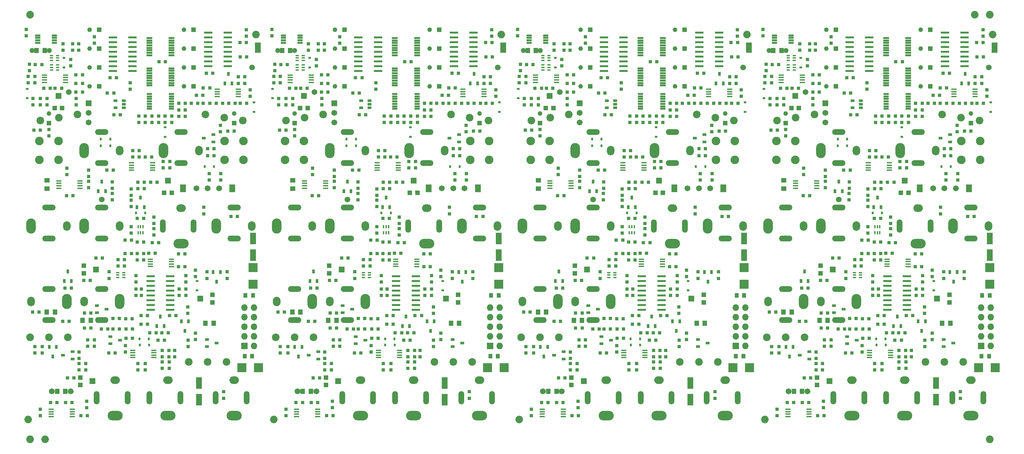
<source format=gbs>
G04 #@! TF.FileFunction,Soldermask,Bot*
%FSLAX46Y46*%
G04 Gerber Fmt 4.6, Leading zero omitted, Abs format (unit mm)*
G04 Created by KiCad (PCBNEW 4.0.2-stable) date 2018-03-19 11:23:05 AM*
%MOMM*%
G01*
G04 APERTURE LIST*
%ADD10C,0.100000*%
%ADD11C,2.020000*%
%ADD12O,2.000000X2.000000*%
%ADD13R,0.920000X0.820000*%
%ADD14R,1.470000X0.470000*%
%ADD15R,1.520000X0.470000*%
%ADD16R,0.721040X1.020760*%
%ADD17R,1.320480X0.420000*%
%ADD18R,2.219640X0.619440*%
%ADD19R,1.620000X2.820000*%
%ADD20C,1.520000*%
%ADD21R,0.782000X0.629600*%
%ADD22R,1.080000X0.670000*%
%ADD23R,0.629600X0.782000*%
%ADD24R,1.620000X1.520000*%
%ADD25R,1.220000X1.220000*%
%ADD26R,1.544000X1.544000*%
%ADD27C,1.544000*%
%ADD28R,0.817560X0.418780*%
%ADD29R,1.163000X1.417000*%
%ADD30C,1.320000*%
%ADD31R,1.417000X1.163000*%
%ADD32R,1.020760X0.721040*%
%ADD33R,1.747200X1.747200*%
%ADD34O,1.747200X1.747200*%
%ADD35R,1.020000X1.270000*%
%ADD36R,2.417760X2.417760*%
%ADD37R,1.620000X3.020000*%
%ADD38R,1.520000X1.620000*%
%ADD39R,0.418780X0.817560*%
%ADD40C,1.220000*%
%ADD41C,2.018980*%
%ADD42O,4.020000X2.520000*%
%ADD43O,2.520000X2.020000*%
%ADD44O,1.520000X3.520000*%
%ADD45O,2.520000X4.020000*%
%ADD46O,2.020000X2.520000*%
%ADD47O,3.520000X1.520000*%
%ADD48R,1.520000X2.020000*%
%ADD49C,2.270000*%
G04 APERTURE END LIST*
D10*
D11*
X310500000Y-77500000D03*
D12*
X306500000Y-77500000D03*
D11*
X310500000Y-190000000D03*
X56500000Y-190000000D03*
D12*
X60500000Y-190000000D03*
D11*
X56500000Y-77500000D03*
D13*
X285650000Y-90000000D03*
X287350000Y-90000000D03*
D14*
X288950000Y-98550000D03*
X288950000Y-99200000D03*
X288950000Y-99850000D03*
X288950000Y-100500000D03*
X288950000Y-101150000D03*
X288950000Y-101800000D03*
X288950000Y-102450000D03*
X283050000Y-102450000D03*
X283050000Y-101800000D03*
X283050000Y-101150000D03*
X283050000Y-100500000D03*
X283050000Y-99850000D03*
X283050000Y-99200000D03*
X283050000Y-98550000D03*
D15*
X283050000Y-88275000D03*
X283050000Y-87625000D03*
X283050000Y-86975000D03*
X283050000Y-86325000D03*
X283050000Y-85675000D03*
X283050000Y-85025000D03*
X283050000Y-84375000D03*
X283050000Y-83725000D03*
X288950000Y-83725000D03*
X288950000Y-84375000D03*
X288950000Y-85025000D03*
X288950000Y-85675000D03*
X288950000Y-86325000D03*
X288950000Y-86975000D03*
X288950000Y-87625000D03*
X288950000Y-88275000D03*
X283050000Y-96275000D03*
X283050000Y-95625000D03*
X283050000Y-94975000D03*
X283050000Y-94325000D03*
X283050000Y-93675000D03*
X283050000Y-93025000D03*
X283050000Y-92375000D03*
X283050000Y-91725000D03*
X288950000Y-91725000D03*
X288950000Y-92375000D03*
X288950000Y-93025000D03*
X288950000Y-93675000D03*
X288950000Y-94325000D03*
X288950000Y-94975000D03*
X288950000Y-95625000D03*
X288950000Y-96275000D03*
D13*
X290900000Y-102750000D03*
X292600000Y-102750000D03*
X290900000Y-104500000D03*
X292600000Y-104500000D03*
X290900000Y-101000000D03*
X292600000Y-101000000D03*
X299850000Y-93000000D03*
X298150000Y-93000000D03*
D16*
X304000000Y-93230000D03*
X303047500Y-95770000D03*
X304952500Y-95770000D03*
D17*
X301056000Y-99205400D03*
X301056000Y-98570400D03*
X301056000Y-97910000D03*
X301056000Y-97275000D03*
X306644000Y-97275000D03*
X306644000Y-97922700D03*
X306644000Y-98570400D03*
X306644000Y-99218100D03*
D13*
X295550000Y-98900000D03*
X297250000Y-98900000D03*
X297350000Y-96900000D03*
X299050000Y-96900000D03*
X308850000Y-88750000D03*
X307150000Y-88750000D03*
D18*
X303848420Y-82305000D03*
X303848420Y-83575000D03*
X303848420Y-84845000D03*
X303848420Y-86115000D03*
X303848420Y-87385000D03*
X303848420Y-88655000D03*
X303848420Y-89925000D03*
X303848420Y-91195000D03*
X298651580Y-91195000D03*
X298651580Y-89925000D03*
X298651580Y-88655000D03*
X298651580Y-87385000D03*
X298651580Y-86115000D03*
X298651580Y-84845000D03*
X298651580Y-83575000D03*
X298651580Y-82305000D03*
D12*
X311250000Y-82750000D03*
D13*
X308700000Y-83250000D03*
X308700000Y-81550000D03*
D19*
X311750000Y-86250000D03*
D20*
X310250000Y-91500000D03*
D13*
X308750000Y-84900000D03*
X307050000Y-84900000D03*
X306650000Y-94000000D03*
X308350000Y-94000000D03*
X306650000Y-95750000D03*
X308350000Y-95750000D03*
X309750000Y-97400000D03*
X309750000Y-99100000D03*
X307150000Y-101000000D03*
X308850000Y-101000000D03*
D21*
X310750000Y-100755400D03*
X310750000Y-103244600D03*
D13*
X304050000Y-101000000D03*
X305750000Y-101000000D03*
D22*
X276350000Y-100300000D03*
X276350000Y-101250000D03*
X276350000Y-102200000D03*
X274150000Y-102200000D03*
X274150000Y-100300000D03*
D13*
X271950000Y-98300000D03*
X273650000Y-98300000D03*
X273650000Y-104000000D03*
X275350000Y-104000000D03*
X274350000Y-94250000D03*
X272650000Y-94250000D03*
X278000000Y-97250000D03*
X278000000Y-95550000D03*
D23*
X272744600Y-112250000D03*
X270255400Y-112250000D03*
X270255400Y-110500000D03*
X272744600Y-110500000D03*
D13*
X259850000Y-97000000D03*
X258150000Y-97000000D03*
D24*
X259000000Y-99050000D03*
D25*
X260000000Y-102300000D03*
X258000000Y-102300000D03*
D26*
X267000000Y-100960000D03*
D27*
X267000000Y-103500000D03*
X267000000Y-106040000D03*
D20*
X261750000Y-98000000D03*
D13*
X263700000Y-101450000D03*
X263700000Y-99750000D03*
X265350000Y-98000000D03*
X263650000Y-98000000D03*
D18*
X278598420Y-83555000D03*
X278598420Y-84825000D03*
X278598420Y-86095000D03*
X278598420Y-87365000D03*
X278598420Y-88635000D03*
X278598420Y-89905000D03*
X278598420Y-91175000D03*
X278598420Y-92445000D03*
X273401580Y-92445000D03*
X273401580Y-91175000D03*
X273401580Y-89905000D03*
X273401580Y-88635000D03*
X273401580Y-87365000D03*
X273401580Y-86095000D03*
X273401580Y-84825000D03*
X273401580Y-83555000D03*
D13*
X263650000Y-93500000D03*
X265350000Y-93500000D03*
X268500000Y-83350000D03*
X268500000Y-85050000D03*
X264400000Y-86950000D03*
X264400000Y-85250000D03*
X263650000Y-95750000D03*
X265350000Y-95750000D03*
D14*
X253550000Y-84975000D03*
X253550000Y-84325000D03*
X253550000Y-83675000D03*
X253550000Y-83025000D03*
X257950000Y-83025000D03*
X257950000Y-83675000D03*
X257950000Y-84325000D03*
X257950000Y-84975000D03*
D13*
X255150000Y-97000000D03*
X256850000Y-97000000D03*
D28*
X257202440Y-92147700D03*
X257202440Y-91500000D03*
X257202440Y-90852300D03*
X258797560Y-90852300D03*
X258797560Y-91500000D03*
X258797560Y-92147700D03*
D13*
X254600000Y-90750000D03*
X252900000Y-90750000D03*
D17*
X255306000Y-95455400D03*
X255306000Y-94820400D03*
X255306000Y-94160000D03*
X255306000Y-93525000D03*
X260894000Y-93525000D03*
X260894000Y-94172700D03*
X260894000Y-94820400D03*
X260894000Y-95468100D03*
D13*
X252750000Y-95600000D03*
X252750000Y-93900000D03*
X251300000Y-90650000D03*
X251300000Y-92350000D03*
D29*
X253220500Y-87000000D03*
X255379500Y-87000000D03*
D30*
X256550000Y-87000000D03*
X252050000Y-87000000D03*
D13*
X256500000Y-109600000D03*
X256500000Y-107900000D03*
X254200000Y-99750000D03*
X254200000Y-101450000D03*
X256000000Y-99750000D03*
X256000000Y-101450000D03*
X252300000Y-101450000D03*
X252300000Y-99750000D03*
X252550000Y-108100000D03*
X254250000Y-108100000D03*
X262250000Y-91100000D03*
X262250000Y-89400000D03*
D28*
X257202440Y-89647700D03*
X257202440Y-89000000D03*
X257202440Y-88352300D03*
X258797560Y-88352300D03*
X258797560Y-89000000D03*
X258797560Y-89647700D03*
D13*
X262800000Y-85250000D03*
X262800000Y-86950000D03*
D21*
X260500000Y-91494600D03*
X260500000Y-89005400D03*
D13*
X260200000Y-85250000D03*
X260200000Y-86950000D03*
X241650000Y-94000000D03*
X243350000Y-94000000D03*
X234850000Y-93000000D03*
X233150000Y-93000000D03*
X241650000Y-95750000D03*
X243350000Y-95750000D03*
D16*
X239000000Y-93230000D03*
X238047500Y-95770000D03*
X239952500Y-95770000D03*
D13*
X250500000Y-81450000D03*
X250500000Y-83150000D03*
D12*
X246250000Y-82750000D03*
D13*
X243750000Y-84900000D03*
X242050000Y-84900000D03*
X243700000Y-83250000D03*
X243700000Y-81550000D03*
D20*
X245250000Y-91500000D03*
D19*
X246750000Y-86250000D03*
D18*
X238848420Y-82305000D03*
X238848420Y-83575000D03*
X238848420Y-84845000D03*
X238848420Y-86115000D03*
X238848420Y-87385000D03*
X238848420Y-88655000D03*
X238848420Y-89925000D03*
X238848420Y-91195000D03*
X233651580Y-91195000D03*
X233651580Y-89925000D03*
X233651580Y-88655000D03*
X233651580Y-87385000D03*
X233651580Y-86115000D03*
X233651580Y-84845000D03*
X233651580Y-83575000D03*
X233651580Y-82305000D03*
D13*
X243850000Y-88750000D03*
X242150000Y-88750000D03*
X251000000Y-93900000D03*
X251000000Y-95600000D03*
D21*
X250700000Y-99644600D03*
X250700000Y-97155400D03*
D13*
X244750000Y-97400000D03*
X244750000Y-99100000D03*
D21*
X245750000Y-100755400D03*
X245750000Y-103244600D03*
D13*
X242150000Y-101000000D03*
X243850000Y-101000000D03*
D17*
X236056000Y-99205400D03*
X236056000Y-98570400D03*
X236056000Y-97910000D03*
X236056000Y-97275000D03*
X241644000Y-97275000D03*
X241644000Y-97922700D03*
X241644000Y-98570400D03*
X241644000Y-99218100D03*
X264694000Y-121544600D03*
X264694000Y-122179600D03*
X264694000Y-122840000D03*
X264694000Y-123475000D03*
X259106000Y-123475000D03*
X259106000Y-122827300D03*
X259106000Y-122179600D03*
X259106000Y-121531900D03*
D13*
X261150000Y-125500000D03*
X262850000Y-125500000D03*
X261250000Y-119850000D03*
X261250000Y-118150000D03*
D31*
X256000000Y-123579500D03*
X256000000Y-121420500D03*
D13*
X232500000Y-128550000D03*
X232500000Y-130250000D03*
X237000000Y-121350000D03*
X237000000Y-119650000D03*
X233900000Y-119600900D03*
X233900000Y-121300900D03*
X239650000Y-131000000D03*
X241350000Y-131000000D03*
D23*
X232705400Y-117750000D03*
X235194600Y-117750000D03*
D32*
X232480000Y-110250000D03*
X235020000Y-111202500D03*
X235020000Y-109297500D03*
D13*
X235200000Y-114850000D03*
X233500000Y-114850000D03*
X235200000Y-113000000D03*
X233500000Y-113000000D03*
X236900000Y-108550000D03*
X236900000Y-106850000D03*
X239050000Y-101000000D03*
X240750000Y-101000000D03*
X235750000Y-101000000D03*
X237450000Y-101000000D03*
X240550000Y-108400000D03*
X238850000Y-108400000D03*
X225900000Y-102750000D03*
X227600000Y-102750000D03*
X225900000Y-101000000D03*
X227600000Y-101000000D03*
X225900000Y-104500000D03*
X227600000Y-104500000D03*
X230550000Y-98900000D03*
X232250000Y-98900000D03*
X230850000Y-101000000D03*
X229150000Y-101000000D03*
X232350000Y-101000000D03*
X234050000Y-101000000D03*
X232350000Y-96900000D03*
X234050000Y-96900000D03*
D17*
X199694000Y-121544600D03*
X199694000Y-122179600D03*
X199694000Y-122840000D03*
X199694000Y-123475000D03*
X194106000Y-123475000D03*
X194106000Y-122827300D03*
X194106000Y-122179600D03*
X194106000Y-121531900D03*
D31*
X191000000Y-123579500D03*
X191000000Y-121420500D03*
D13*
X196150000Y-125500000D03*
X197850000Y-125500000D03*
X187550000Y-108100000D03*
X189250000Y-108100000D03*
X191500000Y-109600000D03*
X191500000Y-107900000D03*
D23*
X205255400Y-110500000D03*
X207744600Y-110500000D03*
D13*
X208250000Y-126600000D03*
X208250000Y-124900000D03*
X206850000Y-118700000D03*
X208550000Y-118700000D03*
D23*
X207744600Y-112250000D03*
X205255400Y-112250000D03*
D13*
X208300000Y-123550000D03*
X208300000Y-121850000D03*
X196250000Y-119850000D03*
X196250000Y-118150000D03*
X202000000Y-118650000D03*
X202000000Y-120350000D03*
D20*
X205500000Y-126500000D03*
D13*
X202000000Y-121650000D03*
X202000000Y-123350000D03*
D16*
X205500000Y-121730000D03*
X204547500Y-124270000D03*
X206452500Y-124270000D03*
D15*
X218050000Y-88275000D03*
X218050000Y-87625000D03*
X218050000Y-86975000D03*
X218050000Y-86325000D03*
X218050000Y-85675000D03*
X218050000Y-85025000D03*
X218050000Y-84375000D03*
X218050000Y-83725000D03*
X223950000Y-83725000D03*
X223950000Y-84375000D03*
X223950000Y-85025000D03*
X223950000Y-85675000D03*
X223950000Y-86325000D03*
X223950000Y-86975000D03*
X223950000Y-87625000D03*
X223950000Y-88275000D03*
D13*
X220650000Y-90000000D03*
X222350000Y-90000000D03*
D15*
X218050000Y-96275000D03*
X218050000Y-95625000D03*
X218050000Y-94975000D03*
X218050000Y-94325000D03*
X218050000Y-93675000D03*
X218050000Y-93025000D03*
X218050000Y-92375000D03*
X218050000Y-91725000D03*
X223950000Y-91725000D03*
X223950000Y-92375000D03*
X223950000Y-93025000D03*
X223950000Y-93675000D03*
X223950000Y-94325000D03*
X223950000Y-94975000D03*
X223950000Y-95625000D03*
X223950000Y-96275000D03*
D13*
X224000000Y-106100000D03*
X224000000Y-104400000D03*
D14*
X223950000Y-98550000D03*
X223950000Y-99200000D03*
X223950000Y-99850000D03*
X223950000Y-100500000D03*
X223950000Y-101150000D03*
X223950000Y-101800000D03*
X223950000Y-102450000D03*
X218050000Y-102450000D03*
X218050000Y-101800000D03*
X218050000Y-101150000D03*
X218050000Y-100500000D03*
X218050000Y-99850000D03*
X218050000Y-99200000D03*
X218050000Y-98550000D03*
D13*
X222250000Y-106100000D03*
X222250000Y-104400000D03*
X208650000Y-104000000D03*
X210350000Y-104000000D03*
D21*
X222200000Y-107355400D03*
X222200000Y-109844600D03*
D13*
X220500000Y-104400000D03*
X220500000Y-106100000D03*
X218750000Y-104400000D03*
X218750000Y-106100000D03*
X215250000Y-104400000D03*
X215250000Y-106100000D03*
X217000000Y-104400000D03*
X217000000Y-106100000D03*
D24*
X223000000Y-121450000D03*
D25*
X224000000Y-124700000D03*
X222000000Y-124700000D03*
D13*
X223500000Y-118100000D03*
X223500000Y-116400000D03*
X218450000Y-121900000D03*
X220150000Y-121900000D03*
X221750000Y-116400000D03*
X221750000Y-118100000D03*
X216700000Y-123600000D03*
X216700000Y-121900000D03*
X216600000Y-131500000D03*
X214900000Y-131500000D03*
X213250000Y-126650000D03*
X213250000Y-128350000D03*
D23*
X214505400Y-130000000D03*
X216994600Y-130000000D03*
D16*
X215750000Y-125980000D03*
X214797500Y-128520000D03*
X216702500Y-128520000D03*
D13*
X219250000Y-131150000D03*
X219250000Y-132850000D03*
X213250000Y-125350000D03*
X213250000Y-123650000D03*
X213700000Y-113500000D03*
X215400000Y-113500000D03*
X213700000Y-115250000D03*
X215400000Y-115250000D03*
X216950000Y-115250000D03*
X218650000Y-115250000D03*
D17*
X213356000Y-118705400D03*
X213356000Y-118070400D03*
X213356000Y-117410000D03*
X213356000Y-116775000D03*
X218944000Y-116775000D03*
X218944000Y-117422700D03*
X218944000Y-118070400D03*
X218944000Y-118718100D03*
D13*
X215000000Y-123600000D03*
X215000000Y-121900000D03*
D22*
X211350000Y-100300000D03*
X211350000Y-101250000D03*
X211350000Y-102200000D03*
X209150000Y-102200000D03*
X209150000Y-100300000D03*
D13*
X213000000Y-97250000D03*
X213000000Y-95550000D03*
X209350000Y-94250000D03*
X207650000Y-94250000D03*
X206950000Y-98300000D03*
X208650000Y-98300000D03*
D18*
X213598420Y-83555000D03*
X213598420Y-84825000D03*
X213598420Y-86095000D03*
X213598420Y-87365000D03*
X213598420Y-88635000D03*
X213598420Y-89905000D03*
X213598420Y-91175000D03*
X213598420Y-92445000D03*
X208401580Y-92445000D03*
X208401580Y-91175000D03*
X208401580Y-89905000D03*
X208401580Y-88635000D03*
X208401580Y-87365000D03*
X208401580Y-86095000D03*
X208401580Y-84825000D03*
X208401580Y-83555000D03*
D13*
X198650000Y-93500000D03*
X200350000Y-93500000D03*
X198700000Y-101450000D03*
X198700000Y-99750000D03*
X198650000Y-95750000D03*
X200350000Y-95750000D03*
D26*
X202000000Y-100960000D03*
D27*
X202000000Y-103500000D03*
X202000000Y-106040000D03*
D13*
X200350000Y-98000000D03*
X198650000Y-98000000D03*
X197250000Y-91100000D03*
X197250000Y-89400000D03*
X199400000Y-86950000D03*
X199400000Y-85250000D03*
X197800000Y-85250000D03*
X197800000Y-86950000D03*
X203500000Y-83350000D03*
X203500000Y-85050000D03*
D28*
X192202440Y-89647700D03*
X192202440Y-89000000D03*
X192202440Y-88352300D03*
X193797560Y-88352300D03*
X193797560Y-89000000D03*
X193797560Y-89647700D03*
D21*
X195500000Y-91494600D03*
X195500000Y-89005400D03*
D13*
X190150000Y-97000000D03*
X191850000Y-97000000D03*
D20*
X196750000Y-98000000D03*
D17*
X190306000Y-95455400D03*
X190306000Y-94820400D03*
X190306000Y-94160000D03*
X190306000Y-93525000D03*
X195894000Y-93525000D03*
X195894000Y-94172700D03*
X195894000Y-94820400D03*
X195894000Y-95468100D03*
D28*
X192202440Y-92147700D03*
X192202440Y-91500000D03*
X192202440Y-90852300D03*
X193797560Y-90852300D03*
X193797560Y-91500000D03*
X193797560Y-92147700D03*
D13*
X194850000Y-97000000D03*
X193150000Y-97000000D03*
X186000000Y-93900000D03*
X186000000Y-95600000D03*
X186300000Y-90650000D03*
X186300000Y-92350000D03*
X187750000Y-95600000D03*
X187750000Y-93900000D03*
X189600000Y-90750000D03*
X187900000Y-90750000D03*
D24*
X194000000Y-99050000D03*
D25*
X195000000Y-102300000D03*
X193000000Y-102300000D03*
D21*
X185700000Y-99644600D03*
X185700000Y-97155400D03*
D13*
X187300000Y-101450000D03*
X187300000Y-99750000D03*
X191000000Y-99750000D03*
X191000000Y-101450000D03*
X189200000Y-99750000D03*
X189200000Y-101450000D03*
D14*
X188550000Y-84975000D03*
X188550000Y-84325000D03*
X188550000Y-83675000D03*
X188550000Y-83025000D03*
X192950000Y-83025000D03*
X192950000Y-83675000D03*
X192950000Y-84325000D03*
X192950000Y-84975000D03*
D13*
X185500000Y-81450000D03*
X185500000Y-83150000D03*
X195200000Y-85250000D03*
X195200000Y-86950000D03*
D29*
X188220500Y-87000000D03*
X190379500Y-87000000D03*
D30*
X191550000Y-87000000D03*
X187050000Y-87000000D03*
D16*
X270500000Y-121730000D03*
X269547500Y-124270000D03*
X271452500Y-124270000D03*
D13*
X273250000Y-126600000D03*
X273250000Y-124900000D03*
X267000000Y-121650000D03*
X267000000Y-123350000D03*
X273300000Y-123550000D03*
X273300000Y-121850000D03*
D20*
X270500000Y-126500000D03*
D13*
X267000000Y-118650000D03*
X267000000Y-120350000D03*
X271850000Y-118700000D03*
X273550000Y-118700000D03*
X295850000Y-101000000D03*
X294150000Y-101000000D03*
X297350000Y-101000000D03*
X299050000Y-101000000D03*
X300750000Y-101000000D03*
X302450000Y-101000000D03*
X305550000Y-108400000D03*
X303850000Y-108400000D03*
D32*
X297480000Y-110250000D03*
X300020000Y-111202500D03*
X300020000Y-109297500D03*
D13*
X300200000Y-113000000D03*
X298500000Y-113000000D03*
X301900000Y-108550000D03*
X301900000Y-106850000D03*
D16*
X280750000Y-125980000D03*
X279797500Y-128520000D03*
X281702500Y-128520000D03*
D13*
X278250000Y-126650000D03*
X278250000Y-128350000D03*
X281700000Y-123600000D03*
X281700000Y-121900000D03*
X280000000Y-123600000D03*
X280000000Y-121900000D03*
X278250000Y-125350000D03*
X278250000Y-123650000D03*
X283450000Y-121900000D03*
X285150000Y-121900000D03*
D17*
X278356000Y-118705400D03*
X278356000Y-118070400D03*
X278356000Y-117410000D03*
X278356000Y-116775000D03*
X283944000Y-116775000D03*
X283944000Y-117422700D03*
X283944000Y-118070400D03*
X283944000Y-118718100D03*
D24*
X288000000Y-121450000D03*
D25*
X289000000Y-124700000D03*
X287000000Y-124700000D03*
D23*
X297705400Y-117750000D03*
X300194600Y-117750000D03*
D13*
X298900000Y-119600900D03*
X298900000Y-121300900D03*
X288500000Y-118100000D03*
X288500000Y-116400000D03*
X300200000Y-114850000D03*
X298500000Y-114850000D03*
X286750000Y-116400000D03*
X286750000Y-118100000D03*
X302000000Y-121350000D03*
X302000000Y-119650000D03*
X282000000Y-104400000D03*
X282000000Y-106100000D03*
X281950000Y-115250000D03*
X283650000Y-115250000D03*
X280250000Y-104400000D03*
X280250000Y-106100000D03*
X278700000Y-113500000D03*
X280400000Y-113500000D03*
X278700000Y-115250000D03*
X280400000Y-115250000D03*
D21*
X287200000Y-107355400D03*
X287200000Y-109844600D03*
D13*
X283750000Y-104400000D03*
X283750000Y-106100000D03*
X287250000Y-106100000D03*
X287250000Y-104400000D03*
X285500000Y-104400000D03*
X285500000Y-106100000D03*
X289000000Y-106100000D03*
X289000000Y-104400000D03*
X288250000Y-168100000D03*
X288250000Y-166400000D03*
X288300000Y-169450000D03*
X288300000Y-171150000D03*
X289750000Y-166400000D03*
X289750000Y-168100000D03*
D16*
X292500000Y-161270000D03*
X293452500Y-158730000D03*
X291547500Y-158730000D03*
D13*
X285400000Y-163750000D03*
X287100000Y-163750000D03*
D16*
X286000000Y-157480000D03*
X285047500Y-160020000D03*
X286952500Y-160020000D03*
D13*
X286400000Y-161750000D03*
X288100000Y-161750000D03*
X290100000Y-157250000D03*
X288400000Y-157250000D03*
D29*
X297920500Y-159250000D03*
X300079500Y-159250000D03*
D13*
X293250000Y-154900000D03*
X293250000Y-156600000D03*
D33*
X308250000Y-165250000D03*
D34*
X310790000Y-165250000D03*
X308250000Y-162710000D03*
X310790000Y-162710000D03*
X308250000Y-160170000D03*
X310790000Y-160170000D03*
X308250000Y-157630000D03*
X310790000Y-157630000D03*
X308250000Y-155090000D03*
X310790000Y-155090000D03*
D13*
X295250000Y-163600000D03*
X295250000Y-161900000D03*
X293300000Y-163750000D03*
X293300000Y-165450000D03*
D32*
X300870000Y-164500000D03*
X298330000Y-163547500D03*
X298330000Y-165452500D03*
D35*
X310300000Y-168000000D03*
X308300000Y-168000000D03*
D36*
X307550360Y-171000000D03*
X311949640Y-171000000D03*
D37*
X296250000Y-179450000D03*
X296250000Y-175050000D03*
D13*
X302750000Y-179100000D03*
X302750000Y-177400000D03*
D38*
X296550000Y-152750000D03*
D25*
X299800000Y-151750000D03*
X299800000Y-153750000D03*
D21*
X295700000Y-150544600D03*
X295700000Y-148055400D03*
D13*
X298300000Y-145650000D03*
X298300000Y-147350000D03*
X295250000Y-146850000D03*
X295250000Y-145150000D03*
X226000000Y-151850000D03*
X226000000Y-150150000D03*
D18*
X218401580Y-155695000D03*
X218401580Y-154425000D03*
X218401580Y-153155000D03*
X218401580Y-151885000D03*
X218401580Y-150615000D03*
X218401580Y-149345000D03*
X218401580Y-148075000D03*
X218401580Y-146805000D03*
X223598420Y-146805000D03*
X223598420Y-148075000D03*
X223598420Y-149345000D03*
X223598420Y-150615000D03*
X223598420Y-151885000D03*
X223598420Y-153155000D03*
X223598420Y-154425000D03*
X223598420Y-155695000D03*
D13*
X228250000Y-154900000D03*
X228250000Y-156600000D03*
X227750000Y-151850000D03*
X227750000Y-150150000D03*
X219250000Y-135850000D03*
X219250000Y-134150000D03*
X220550000Y-137900000D03*
X218850000Y-137900000D03*
D17*
X218306000Y-144205400D03*
X218306000Y-143570400D03*
X218306000Y-142910000D03*
X218306000Y-142275000D03*
X223894000Y-142275000D03*
X223894000Y-142922700D03*
X223894000Y-143570400D03*
X223894000Y-144218100D03*
D13*
X219650000Y-140700000D03*
X217950000Y-140700000D03*
X225750000Y-144300000D03*
X227450000Y-144300000D03*
X230250000Y-146850000D03*
X230250000Y-145150000D03*
X227750000Y-148350000D03*
X227750000Y-146650000D03*
X225750000Y-140900000D03*
X227450000Y-140900000D03*
D36*
X245500000Y-148949640D03*
X245500000Y-144550360D03*
D37*
X245500000Y-141200000D03*
X245500000Y-136800000D03*
D13*
X238700000Y-145650000D03*
X238700000Y-147350000D03*
D21*
X230700000Y-150544600D03*
X230700000Y-148055400D03*
D38*
X231550000Y-152750000D03*
D25*
X234800000Y-151750000D03*
X234800000Y-153750000D03*
D16*
X235900000Y-148270000D03*
X236852500Y-145730000D03*
X234947500Y-145730000D03*
D13*
X233300000Y-145650000D03*
X233300000Y-147350000D03*
D36*
X242550360Y-171000000D03*
X246949640Y-171000000D03*
D33*
X243250000Y-165250000D03*
D34*
X245790000Y-165250000D03*
X243250000Y-162710000D03*
X245790000Y-162710000D03*
X243250000Y-160170000D03*
X245790000Y-160170000D03*
X243250000Y-157630000D03*
X245790000Y-157630000D03*
X243250000Y-155090000D03*
X245790000Y-155090000D03*
D35*
X245500000Y-151900000D03*
X243500000Y-151900000D03*
X245300000Y-168000000D03*
X243300000Y-168000000D03*
D29*
X232920500Y-159250000D03*
X235079500Y-159250000D03*
D13*
X230250000Y-163600000D03*
X230250000Y-161900000D03*
D32*
X235870000Y-164500000D03*
X233330000Y-163547500D03*
X233330000Y-165452500D03*
D13*
X228300000Y-163750000D03*
X228300000Y-165450000D03*
D17*
X213681000Y-168330400D03*
X213681000Y-167695400D03*
X213681000Y-167035000D03*
X213681000Y-166400000D03*
X219269000Y-166400000D03*
X219269000Y-167047700D03*
X219269000Y-167695400D03*
X219269000Y-168343100D03*
D13*
X217000000Y-169900000D03*
X217000000Y-171600000D03*
X215000000Y-171600000D03*
X215000000Y-169900000D03*
X223250000Y-168100000D03*
X223250000Y-166400000D03*
X221500000Y-166400000D03*
X221500000Y-168100000D03*
X221500000Y-169450000D03*
X221500000Y-171150000D03*
X223300000Y-169450000D03*
X223300000Y-171150000D03*
D37*
X231250000Y-179450000D03*
X231250000Y-175050000D03*
D13*
X224750000Y-166400000D03*
X224750000Y-168100000D03*
X237750000Y-179100000D03*
X237750000Y-177400000D03*
X221400000Y-161750000D03*
X223100000Y-161750000D03*
D16*
X221000000Y-157480000D03*
X220047500Y-160020000D03*
X221952500Y-160020000D03*
D13*
X220400000Y-163750000D03*
X222100000Y-163750000D03*
X225100000Y-157250000D03*
X223400000Y-157250000D03*
D16*
X227500000Y-161270000D03*
X228452500Y-158730000D03*
X226547500Y-158730000D03*
D13*
X219850000Y-161750000D03*
X218150000Y-161750000D03*
X189750000Y-167100000D03*
X189750000Y-165400000D03*
X187750000Y-165400000D03*
X187750000Y-167100000D03*
D27*
X192250000Y-177250000D03*
X197250000Y-177250000D03*
D29*
X193670500Y-177250000D03*
X195829500Y-177250000D03*
D16*
X192500000Y-168020000D03*
X193452500Y-165480000D03*
X191547500Y-165480000D03*
D13*
X196400000Y-173750000D03*
X198100000Y-173750000D03*
D38*
X203050000Y-174600000D03*
D25*
X199800000Y-175600000D03*
X199800000Y-173600000D03*
D32*
X195230000Y-167750000D03*
X197770000Y-168702500D03*
X197770000Y-166797500D03*
D13*
X199500000Y-171600000D03*
X199500000Y-169900000D03*
X199500000Y-168550000D03*
X199500000Y-166850000D03*
X201250000Y-171600000D03*
X201250000Y-169900000D03*
X193600000Y-180250000D03*
X191900000Y-180250000D03*
X189200000Y-183750000D03*
X189200000Y-182050000D03*
D12*
X186000000Y-184750000D03*
D13*
X201500000Y-181600000D03*
X201500000Y-179900000D03*
D17*
X192056000Y-183955400D03*
X192056000Y-183320400D03*
X192056000Y-182660000D03*
X192056000Y-182025000D03*
X197644000Y-182025000D03*
X197644000Y-182672700D03*
X197644000Y-183320400D03*
X197644000Y-183968100D03*
D13*
X199950000Y-183700000D03*
X201650000Y-183700000D03*
X197600000Y-180250000D03*
X195900000Y-180250000D03*
X207100000Y-160750000D03*
X205400000Y-160750000D03*
X203500000Y-165350000D03*
X203500000Y-163650000D03*
X211900000Y-163250000D03*
X213600000Y-163250000D03*
X201750000Y-165350000D03*
X201750000Y-163650000D03*
X211750000Y-166850000D03*
X211750000Y-165150000D03*
X207350000Y-167100000D03*
X209050000Y-167100000D03*
D32*
X210270000Y-163750000D03*
X207730000Y-162797500D03*
X207730000Y-164702500D03*
D29*
X202579500Y-158500000D03*
X200420500Y-158500000D03*
D13*
X195150000Y-158750000D03*
X196850000Y-158750000D03*
X200900000Y-156500000D03*
X202600000Y-156500000D03*
X202600000Y-160500000D03*
X200900000Y-160500000D03*
D23*
X215505400Y-165000000D03*
X217994600Y-165000000D03*
X217944600Y-163400000D03*
X215455400Y-163400000D03*
D13*
X217600000Y-159500000D03*
X215900000Y-159500000D03*
X210100000Y-160750000D03*
X208400000Y-160750000D03*
X210100000Y-158000000D03*
X208400000Y-158000000D03*
X211800000Y-158050000D03*
X213500000Y-158050000D03*
X211900000Y-160750000D03*
X213600000Y-160750000D03*
X215900000Y-157250000D03*
X217600000Y-157250000D03*
X260750000Y-149900000D03*
X262450000Y-149900000D03*
D38*
X268950000Y-145000000D03*
D25*
X265700000Y-146000000D03*
X265700000Y-144000000D03*
D13*
X267450000Y-147900000D03*
X265750000Y-147900000D03*
D16*
X261500000Y-145530000D03*
X260547500Y-148070000D03*
X262452500Y-148070000D03*
D13*
X265900000Y-156500000D03*
X267600000Y-156500000D03*
D32*
X271770000Y-155500000D03*
X269230000Y-154547500D03*
X269230000Y-156452500D03*
D29*
X267579500Y-158500000D03*
X265420500Y-158500000D03*
D13*
X260150000Y-158750000D03*
X261850000Y-158750000D03*
X267600000Y-160500000D03*
X265900000Y-160500000D03*
X253850000Y-156250000D03*
X252150000Y-156250000D03*
X254750000Y-167100000D03*
X254750000Y-165400000D03*
X252750000Y-165400000D03*
X252750000Y-167100000D03*
D29*
X255920500Y-156250000D03*
X258079500Y-156250000D03*
D16*
X257500000Y-168020000D03*
X258452500Y-165480000D03*
X256547500Y-165480000D03*
D28*
X276297560Y-145852300D03*
X276297560Y-146500000D03*
X276297560Y-147147700D03*
X274702440Y-147147700D03*
X274702440Y-146500000D03*
X274702440Y-145852300D03*
D13*
X276500000Y-142400000D03*
X276500000Y-144100000D03*
X272400000Y-145650000D03*
X272400000Y-147350000D03*
X268950000Y-142000000D03*
X270650000Y-142000000D03*
X274750000Y-144100000D03*
X274750000Y-142400000D03*
D32*
X275270000Y-163750000D03*
X272730000Y-162797500D03*
X272730000Y-164702500D03*
D13*
X272350000Y-167100000D03*
X274050000Y-167100000D03*
X272100000Y-160750000D03*
X270400000Y-160750000D03*
X275100000Y-160750000D03*
X273400000Y-160750000D03*
X275100000Y-158000000D03*
X273400000Y-158000000D03*
D12*
X251000000Y-184750000D03*
D13*
X254200000Y-183750000D03*
X254200000Y-182050000D03*
X258600000Y-180250000D03*
X256900000Y-180250000D03*
D27*
X257250000Y-177250000D03*
X262250000Y-177250000D03*
D29*
X258670500Y-177250000D03*
X260829500Y-177250000D03*
D17*
X257056000Y-183955400D03*
X257056000Y-183320400D03*
X257056000Y-182660000D03*
X257056000Y-182025000D03*
X262644000Y-182025000D03*
X262644000Y-182672700D03*
X262644000Y-183320400D03*
X262644000Y-183968100D03*
D13*
X276750000Y-166850000D03*
X276750000Y-165150000D03*
X280000000Y-171600000D03*
X280000000Y-169900000D03*
D17*
X278681000Y-168330400D03*
X278681000Y-167695400D03*
X278681000Y-167035000D03*
X278681000Y-166400000D03*
X284269000Y-166400000D03*
X284269000Y-167047700D03*
X284269000Y-167695400D03*
X284269000Y-168343100D03*
D13*
X286500000Y-169450000D03*
X286500000Y-171150000D03*
X286500000Y-166400000D03*
X286500000Y-168100000D03*
X282000000Y-169900000D03*
X282000000Y-171600000D03*
D23*
X280505400Y-165000000D03*
X282994600Y-165000000D03*
D32*
X260230000Y-167750000D03*
X262770000Y-168702500D03*
X262770000Y-166797500D03*
D13*
X266250000Y-171600000D03*
X266250000Y-169900000D03*
X264500000Y-168550000D03*
X264500000Y-166850000D03*
X264500000Y-171600000D03*
X264500000Y-169900000D03*
X266750000Y-165350000D03*
X266750000Y-163650000D03*
X268500000Y-165350000D03*
X268500000Y-163650000D03*
X261400000Y-173750000D03*
X263100000Y-173750000D03*
X264950000Y-183700000D03*
X266650000Y-183700000D03*
X262600000Y-180250000D03*
X260900000Y-180250000D03*
D38*
X268050000Y-174600000D03*
D25*
X264800000Y-175600000D03*
X264800000Y-173600000D03*
D13*
X266500000Y-181600000D03*
X266500000Y-179900000D03*
D23*
X282944600Y-163400000D03*
X280455400Y-163400000D03*
D13*
X276900000Y-163250000D03*
X278600000Y-163250000D03*
X284850000Y-161750000D03*
X283150000Y-161750000D03*
X280900000Y-157250000D03*
X282600000Y-157250000D03*
X276900000Y-160750000D03*
X278600000Y-160750000D03*
X276800000Y-158050000D03*
X278500000Y-158050000D03*
X282600000Y-159500000D03*
X280900000Y-159500000D03*
X216000000Y-151850000D03*
X216000000Y-150150000D03*
X214500000Y-148350000D03*
X214500000Y-146650000D03*
X214500000Y-151850000D03*
X214500000Y-150150000D03*
X209750000Y-144100000D03*
X209750000Y-142400000D03*
X211500000Y-142400000D03*
X211500000Y-144100000D03*
X216600000Y-142500000D03*
X214900000Y-142500000D03*
D28*
X211297560Y-145852300D03*
X211297560Y-146500000D03*
X211297560Y-147147700D03*
X209702440Y-147147700D03*
X209702440Y-146500000D03*
X209702440Y-145852300D03*
D32*
X206770000Y-155500000D03*
X204230000Y-154547500D03*
X204230000Y-156452500D03*
D13*
X202450000Y-147900000D03*
X200750000Y-147900000D03*
D38*
X203950000Y-145000000D03*
D25*
X200700000Y-146000000D03*
X200700000Y-144000000D03*
D13*
X203950000Y-142000000D03*
X205650000Y-142000000D03*
X207400000Y-145650000D03*
X207400000Y-147350000D03*
X213250000Y-133650000D03*
X213250000Y-135350000D03*
D39*
X215102300Y-133702440D03*
X215750000Y-133702440D03*
X216397700Y-133702440D03*
X216397700Y-135297560D03*
X215750000Y-135297560D03*
X215102300Y-135297560D03*
D13*
X213350000Y-140750000D03*
X211650000Y-140750000D03*
X214900000Y-137750000D03*
X216600000Y-137750000D03*
X211650000Y-137250000D03*
X213350000Y-137250000D03*
X214900000Y-140750000D03*
X216600000Y-140750000D03*
X188850000Y-156250000D03*
X187150000Y-156250000D03*
D16*
X196500000Y-145530000D03*
X195547500Y-148070000D03*
X197452500Y-148070000D03*
D29*
X190920500Y-156250000D03*
X193079500Y-156250000D03*
D13*
X195750000Y-149900000D03*
X197450000Y-149900000D03*
D39*
X280102300Y-133702440D03*
X280750000Y-133702440D03*
X281397700Y-133702440D03*
X281397700Y-135297560D03*
X280750000Y-135297560D03*
X280102300Y-135297560D03*
D13*
X278250000Y-133650000D03*
X278250000Y-135350000D03*
X284250000Y-131150000D03*
X284250000Y-132850000D03*
X281600000Y-131500000D03*
X279900000Y-131500000D03*
D23*
X279505400Y-130000000D03*
X281994600Y-130000000D03*
D13*
X279900000Y-137750000D03*
X281600000Y-137750000D03*
X279900000Y-140750000D03*
X281600000Y-140750000D03*
X284250000Y-135850000D03*
X284250000Y-134150000D03*
X276650000Y-137250000D03*
X278350000Y-137250000D03*
X284650000Y-140700000D03*
X282950000Y-140700000D03*
X278350000Y-140750000D03*
X276650000Y-140750000D03*
X279500000Y-148350000D03*
X279500000Y-146650000D03*
X279500000Y-151850000D03*
X279500000Y-150150000D03*
X281000000Y-151850000D03*
X281000000Y-150150000D03*
X292750000Y-148350000D03*
X292750000Y-146650000D03*
X291000000Y-151850000D03*
X291000000Y-150150000D03*
X292750000Y-151850000D03*
X292750000Y-150150000D03*
D18*
X283401580Y-155695000D03*
X283401580Y-154425000D03*
X283401580Y-153155000D03*
X283401580Y-151885000D03*
X283401580Y-150615000D03*
X283401580Y-149345000D03*
X283401580Y-148075000D03*
X283401580Y-146805000D03*
X288598420Y-146805000D03*
X288598420Y-148075000D03*
X288598420Y-149345000D03*
X288598420Y-150615000D03*
X288598420Y-151885000D03*
X288598420Y-153155000D03*
X288598420Y-154425000D03*
X288598420Y-155695000D03*
D35*
X310500000Y-151900000D03*
X308500000Y-151900000D03*
D36*
X310500000Y-148949640D03*
X310500000Y-144550360D03*
D13*
X304650000Y-131000000D03*
X306350000Y-131000000D03*
X303700000Y-145650000D03*
X303700000Y-147350000D03*
D16*
X300900000Y-148270000D03*
X301852500Y-145730000D03*
X299947500Y-145730000D03*
D13*
X297500000Y-128550000D03*
X297500000Y-130250000D03*
D37*
X310500000Y-141200000D03*
X310500000Y-136800000D03*
D13*
X285550000Y-137900000D03*
X283850000Y-137900000D03*
X281600000Y-142500000D03*
X279900000Y-142500000D03*
X290750000Y-140900000D03*
X292450000Y-140900000D03*
X290750000Y-144300000D03*
X292450000Y-144300000D03*
D17*
X283306000Y-144205400D03*
X283306000Y-143570400D03*
X283306000Y-142910000D03*
X283306000Y-142275000D03*
X288894000Y-142275000D03*
X288894000Y-142922700D03*
X288894000Y-143570400D03*
X288894000Y-144218100D03*
D25*
X229770000Y-96500000D03*
D40*
X227230000Y-96500000D03*
D25*
X229770000Y-91500000D03*
D40*
X227230000Y-91500000D03*
D25*
X229770000Y-81500000D03*
D40*
X227230000Y-81500000D03*
D41*
X237859238Y-104780570D03*
X242790666Y-105605808D03*
X232927810Y-103955332D03*
D25*
X229770000Y-86500000D03*
D40*
X227230000Y-86500000D03*
D25*
X204770000Y-86500000D03*
D40*
X202230000Y-86500000D03*
D25*
X204770000Y-91500000D03*
D40*
X202230000Y-91500000D03*
D25*
X204770000Y-81500000D03*
D40*
X202230000Y-81500000D03*
D41*
X194140762Y-104780570D03*
X199072190Y-103955332D03*
X189209334Y-105605808D03*
D25*
X191500000Y-106270000D03*
D40*
X191500000Y-103730000D03*
D25*
X204770000Y-96500000D03*
D40*
X202230000Y-96500000D03*
D25*
X256500000Y-106270000D03*
D40*
X256500000Y-103730000D03*
D25*
X269770000Y-96500000D03*
D40*
X267230000Y-96500000D03*
D25*
X269770000Y-91500000D03*
D40*
X267230000Y-91500000D03*
D41*
X259140762Y-104780570D03*
X264072190Y-103955332D03*
X254209334Y-105605808D03*
D25*
X269770000Y-81500000D03*
D40*
X267230000Y-81500000D03*
D25*
X269770000Y-86500000D03*
D40*
X267230000Y-86500000D03*
D25*
X240500000Y-106270000D03*
D40*
X240500000Y-103730000D03*
D41*
X302859238Y-104780570D03*
X307790666Y-105605808D03*
X297927810Y-103955332D03*
D25*
X294770000Y-81500000D03*
D40*
X292230000Y-81500000D03*
D25*
X294770000Y-96500000D03*
D40*
X292230000Y-96500000D03*
D25*
X305500000Y-106270000D03*
D40*
X305500000Y-103730000D03*
D25*
X294770000Y-91500000D03*
D40*
X292230000Y-91500000D03*
D25*
X294770000Y-86500000D03*
D40*
X292230000Y-86500000D03*
D41*
X298500000Y-169500000D03*
X303500000Y-169500000D03*
X293500000Y-169500000D03*
D42*
X274000000Y-183700000D03*
D43*
X274000000Y-174300000D03*
D44*
X269100000Y-179000000D03*
X277300000Y-179000000D03*
D42*
X288000000Y-183700000D03*
D43*
X288000000Y-174300000D03*
D44*
X283100000Y-179000000D03*
X291300000Y-179000000D03*
D42*
X305500000Y-183700000D03*
D43*
X305500000Y-174300000D03*
D44*
X300600000Y-179000000D03*
X308800000Y-179000000D03*
D45*
X275200000Y-153500000D03*
D46*
X265800000Y-153500000D03*
D47*
X270500000Y-158400000D03*
X270500000Y-150200000D03*
D41*
X256500000Y-163000000D03*
X251500000Y-163000000D03*
X261500000Y-163000000D03*
D42*
X223000000Y-183700000D03*
D43*
X223000000Y-174300000D03*
D44*
X218100000Y-179000000D03*
X226300000Y-179000000D03*
D42*
X240500000Y-183700000D03*
D43*
X240500000Y-174300000D03*
D44*
X235600000Y-179000000D03*
X243800000Y-179000000D03*
D41*
X233500000Y-169500000D03*
X238500000Y-169500000D03*
X228500000Y-169500000D03*
D45*
X261200000Y-153500000D03*
D46*
X251800000Y-153500000D03*
D47*
X256500000Y-158400000D03*
X256500000Y-150200000D03*
D42*
X209000000Y-183700000D03*
D43*
X209000000Y-174300000D03*
D44*
X204100000Y-179000000D03*
X212300000Y-179000000D03*
D45*
X196200000Y-153500000D03*
D46*
X186800000Y-153500000D03*
D47*
X191500000Y-158400000D03*
X191500000Y-150200000D03*
D45*
X210200000Y-153500000D03*
D46*
X200800000Y-153500000D03*
D47*
X205500000Y-158400000D03*
X205500000Y-150200000D03*
D41*
X191500000Y-163000000D03*
X186500000Y-163000000D03*
X196500000Y-163000000D03*
D45*
X265800000Y-133500000D03*
D46*
X275200000Y-133500000D03*
D47*
X270500000Y-128600000D03*
X270500000Y-136800000D03*
D45*
X265800000Y-113500000D03*
D46*
X275200000Y-113500000D03*
D47*
X270500000Y-108600000D03*
X270500000Y-116800000D03*
D27*
X301500000Y-123550000D03*
X298500000Y-123550000D03*
X295500000Y-123550000D03*
D48*
X305000000Y-123550000D03*
X292000000Y-123550000D03*
D45*
X286800000Y-113500000D03*
D46*
X296200000Y-113500000D03*
D47*
X291500000Y-108600000D03*
X291500000Y-116800000D03*
D45*
X300800000Y-133500000D03*
D46*
X310200000Y-133500000D03*
D47*
X305500000Y-128600000D03*
X305500000Y-136800000D03*
D42*
X291500000Y-138200000D03*
D43*
X291500000Y-128800000D03*
D44*
X286600000Y-133500000D03*
X294800000Y-133500000D03*
D49*
X308000000Y-116000000D03*
X303000000Y-116000000D03*
X303000000Y-111000000D03*
X308000000Y-111000000D03*
X254000000Y-111000000D03*
X259000000Y-111000000D03*
X259000000Y-116000000D03*
X254000000Y-116000000D03*
D45*
X251800000Y-133500000D03*
D46*
X261200000Y-133500000D03*
D47*
X256500000Y-128600000D03*
X256500000Y-136800000D03*
D45*
X221800000Y-113500000D03*
D46*
X231200000Y-113500000D03*
D47*
X226500000Y-108600000D03*
X226500000Y-116800000D03*
D49*
X243000000Y-116000000D03*
X238000000Y-116000000D03*
X238000000Y-111000000D03*
X243000000Y-111000000D03*
D27*
X236500000Y-123550000D03*
X233500000Y-123550000D03*
X230500000Y-123550000D03*
D48*
X240000000Y-123550000D03*
X227000000Y-123550000D03*
D42*
X226500000Y-138200000D03*
D43*
X226500000Y-128800000D03*
D44*
X221600000Y-133500000D03*
X229800000Y-133500000D03*
D45*
X235800000Y-133500000D03*
D46*
X245200000Y-133500000D03*
D47*
X240500000Y-128600000D03*
X240500000Y-136800000D03*
D45*
X200800000Y-133500000D03*
D46*
X210200000Y-133500000D03*
D47*
X205500000Y-128600000D03*
X205500000Y-136800000D03*
D45*
X200800000Y-113500000D03*
D46*
X210200000Y-113500000D03*
D47*
X205500000Y-108600000D03*
X205500000Y-116800000D03*
D49*
X189000000Y-111000000D03*
X194000000Y-111000000D03*
X194000000Y-116000000D03*
X189000000Y-116000000D03*
D45*
X186800000Y-133500000D03*
D46*
X196200000Y-133500000D03*
D47*
X191500000Y-128600000D03*
X191500000Y-136800000D03*
D13*
X143300000Y-123550000D03*
X143300000Y-121850000D03*
X143250000Y-126600000D03*
X143250000Y-124900000D03*
X148250000Y-126650000D03*
X148250000Y-128350000D03*
X148250000Y-125350000D03*
X148250000Y-123650000D03*
X141850000Y-118700000D03*
X143550000Y-118700000D03*
D24*
X158000000Y-121450000D03*
D25*
X159000000Y-124700000D03*
X157000000Y-124700000D03*
D13*
X151600000Y-131500000D03*
X149900000Y-131500000D03*
X151700000Y-123600000D03*
X151700000Y-121900000D03*
D23*
X149505400Y-130000000D03*
X151994600Y-130000000D03*
D13*
X150000000Y-123600000D03*
X150000000Y-121900000D03*
D16*
X150750000Y-125980000D03*
X149797500Y-128520000D03*
X151702500Y-128520000D03*
D13*
X154250000Y-131150000D03*
X154250000Y-132850000D03*
X153450000Y-121900000D03*
X155150000Y-121900000D03*
X174650000Y-131000000D03*
X176350000Y-131000000D03*
D23*
X167705400Y-117750000D03*
X170194600Y-117750000D03*
D13*
X167500000Y-128550000D03*
X167500000Y-130250000D03*
X168900000Y-119600900D03*
X168900000Y-121300900D03*
X172000000Y-121350000D03*
X172000000Y-119650000D03*
D23*
X142744600Y-112250000D03*
X140255400Y-112250000D03*
D17*
X148356000Y-118705400D03*
X148356000Y-118070400D03*
X148356000Y-117410000D03*
X148356000Y-116775000D03*
X153944000Y-116775000D03*
X153944000Y-117422700D03*
X153944000Y-118070400D03*
X153944000Y-118718100D03*
D13*
X158500000Y-118100000D03*
X158500000Y-116400000D03*
X151950000Y-115250000D03*
X153650000Y-115250000D03*
X156750000Y-116400000D03*
X156750000Y-118100000D03*
X148700000Y-113500000D03*
X150400000Y-113500000D03*
D23*
X140255400Y-110500000D03*
X142744600Y-110500000D03*
D13*
X148700000Y-115250000D03*
X150400000Y-115250000D03*
X170200000Y-113000000D03*
X168500000Y-113000000D03*
D32*
X167480000Y-110250000D03*
X170020000Y-111202500D03*
X170020000Y-109297500D03*
D13*
X175550000Y-108400000D03*
X173850000Y-108400000D03*
X170200000Y-114850000D03*
X168500000Y-114850000D03*
D22*
X146350000Y-100300000D03*
X146350000Y-101250000D03*
X146350000Y-102200000D03*
X144150000Y-102200000D03*
X144150000Y-100300000D03*
D13*
X143650000Y-104000000D03*
X145350000Y-104000000D03*
X150250000Y-104400000D03*
X150250000Y-106100000D03*
X148000000Y-97250000D03*
X148000000Y-95550000D03*
X141950000Y-98300000D03*
X143650000Y-98300000D03*
X144350000Y-94250000D03*
X142650000Y-94250000D03*
X133650000Y-93500000D03*
X135350000Y-93500000D03*
D18*
X148598420Y-83555000D03*
X148598420Y-84825000D03*
X148598420Y-86095000D03*
X148598420Y-87365000D03*
X148598420Y-88635000D03*
X148598420Y-89905000D03*
X148598420Y-91175000D03*
X148598420Y-92445000D03*
X143401580Y-92445000D03*
X143401580Y-91175000D03*
X143401580Y-89905000D03*
X143401580Y-88635000D03*
X143401580Y-87365000D03*
X143401580Y-86095000D03*
X143401580Y-84825000D03*
X143401580Y-83555000D03*
D13*
X132800000Y-85250000D03*
X132800000Y-86950000D03*
X132250000Y-91100000D03*
X132250000Y-89400000D03*
X134400000Y-86950000D03*
X134400000Y-85250000D03*
X138500000Y-83350000D03*
X138500000Y-85050000D03*
D24*
X129000000Y-99050000D03*
D25*
X130000000Y-102300000D03*
X128000000Y-102300000D03*
D13*
X126500000Y-109600000D03*
X126500000Y-107900000D03*
X129850000Y-97000000D03*
X128150000Y-97000000D03*
X125150000Y-97000000D03*
X126850000Y-97000000D03*
X122550000Y-108100000D03*
X124250000Y-108100000D03*
D21*
X130500000Y-91494600D03*
X130500000Y-89005400D03*
D28*
X127202440Y-92147700D03*
X127202440Y-91500000D03*
X127202440Y-90852300D03*
X128797560Y-90852300D03*
X128797560Y-91500000D03*
X128797560Y-92147700D03*
D13*
X130200000Y-85250000D03*
X130200000Y-86950000D03*
D28*
X127202440Y-89647700D03*
X127202440Y-89000000D03*
X127202440Y-88352300D03*
X128797560Y-88352300D03*
X128797560Y-89000000D03*
X128797560Y-89647700D03*
D13*
X135350000Y-98000000D03*
X133650000Y-98000000D03*
D26*
X137000000Y-100960000D03*
D27*
X137000000Y-103500000D03*
X137000000Y-106040000D03*
D13*
X133650000Y-95750000D03*
X135350000Y-95750000D03*
X133700000Y-101450000D03*
X133700000Y-99750000D03*
D20*
X131750000Y-98000000D03*
D17*
X125306000Y-95455400D03*
X125306000Y-94820400D03*
X125306000Y-94160000D03*
X125306000Y-93525000D03*
X130894000Y-93525000D03*
X130894000Y-94172700D03*
X130894000Y-94820400D03*
X130894000Y-95468100D03*
D13*
X121000000Y-93900000D03*
X121000000Y-95600000D03*
X124200000Y-99750000D03*
X124200000Y-101450000D03*
D21*
X120700000Y-99644600D03*
X120700000Y-97155400D03*
D13*
X122300000Y-101450000D03*
X122300000Y-99750000D03*
X126000000Y-99750000D03*
X126000000Y-101450000D03*
X122750000Y-95600000D03*
X122750000Y-93900000D03*
D29*
X123220500Y-87000000D03*
X125379500Y-87000000D03*
D30*
X126550000Y-87000000D03*
X122050000Y-87000000D03*
D13*
X124600000Y-90750000D03*
X122900000Y-90750000D03*
X121300000Y-90650000D03*
X121300000Y-92350000D03*
X120500000Y-81450000D03*
X120500000Y-83150000D03*
D14*
X123550000Y-84975000D03*
X123550000Y-84325000D03*
X123550000Y-83675000D03*
X123550000Y-83025000D03*
X127950000Y-83025000D03*
X127950000Y-83675000D03*
X127950000Y-84325000D03*
X127950000Y-84975000D03*
D13*
X145100000Y-160750000D03*
X143400000Y-160750000D03*
X150900000Y-157250000D03*
X152600000Y-157250000D03*
X145100000Y-158000000D03*
X143400000Y-158000000D03*
X146900000Y-163250000D03*
X148600000Y-163250000D03*
X146900000Y-160750000D03*
X148600000Y-160750000D03*
X146800000Y-158050000D03*
X148500000Y-158050000D03*
X142100000Y-160750000D03*
X140400000Y-160750000D03*
X136750000Y-165350000D03*
X136750000Y-163650000D03*
X138500000Y-165350000D03*
X138500000Y-163650000D03*
X142350000Y-167100000D03*
X144050000Y-167100000D03*
X146750000Y-166850000D03*
X146750000Y-165150000D03*
D32*
X145270000Y-163750000D03*
X142730000Y-162797500D03*
X142730000Y-164702500D03*
D12*
X121000000Y-184750000D03*
D13*
X128600000Y-180250000D03*
X126900000Y-180250000D03*
D27*
X127250000Y-177250000D03*
X132250000Y-177250000D03*
D29*
X128670500Y-177250000D03*
X130829500Y-177250000D03*
D13*
X132600000Y-180250000D03*
X130900000Y-180250000D03*
X124200000Y-183750000D03*
X124200000Y-182050000D03*
D17*
X127056000Y-183955400D03*
X127056000Y-183320400D03*
X127056000Y-182660000D03*
X127056000Y-182025000D03*
X132644000Y-182025000D03*
X132644000Y-182672700D03*
X132644000Y-183320400D03*
X132644000Y-183968100D03*
D29*
X125920500Y-156250000D03*
X128079500Y-156250000D03*
D13*
X130150000Y-158750000D03*
X131850000Y-158750000D03*
X123850000Y-156250000D03*
X122150000Y-156250000D03*
X137600000Y-160500000D03*
X135900000Y-160500000D03*
X135900000Y-156500000D03*
X137600000Y-156500000D03*
D29*
X137579500Y-158500000D03*
X135420500Y-158500000D03*
D17*
X148681000Y-168330400D03*
X148681000Y-167695400D03*
X148681000Y-167035000D03*
X148681000Y-166400000D03*
X154269000Y-166400000D03*
X154269000Y-167047700D03*
X154269000Y-167695400D03*
X154269000Y-168343100D03*
D23*
X152944600Y-163400000D03*
X150455400Y-163400000D03*
D13*
X152000000Y-169900000D03*
X152000000Y-171600000D03*
X150000000Y-171600000D03*
X150000000Y-169900000D03*
D23*
X150505400Y-165000000D03*
X152994600Y-165000000D03*
D13*
X131400000Y-173750000D03*
X133100000Y-173750000D03*
X134500000Y-168550000D03*
X134500000Y-166850000D03*
D32*
X130230000Y-167750000D03*
X132770000Y-168702500D03*
X132770000Y-166797500D03*
D13*
X122750000Y-165400000D03*
X122750000Y-167100000D03*
X124750000Y-167100000D03*
X124750000Y-165400000D03*
D16*
X127500000Y-168020000D03*
X128452500Y-165480000D03*
X126547500Y-165480000D03*
D38*
X138050000Y-174600000D03*
D25*
X134800000Y-175600000D03*
X134800000Y-173600000D03*
D13*
X134950000Y-183700000D03*
X136650000Y-183700000D03*
X136250000Y-171600000D03*
X136250000Y-169900000D03*
X134500000Y-171600000D03*
X134500000Y-169900000D03*
X136500000Y-181600000D03*
X136500000Y-179900000D03*
X155550000Y-137900000D03*
X153850000Y-137900000D03*
D39*
X150102300Y-133702440D03*
X150750000Y-133702440D03*
X151397700Y-133702440D03*
X151397700Y-135297560D03*
X150750000Y-135297560D03*
X150102300Y-135297560D03*
D13*
X154650000Y-140700000D03*
X152950000Y-140700000D03*
X154250000Y-135850000D03*
X154250000Y-134150000D03*
X137000000Y-118650000D03*
X137000000Y-120350000D03*
D17*
X134694000Y-121544600D03*
X134694000Y-122179600D03*
X134694000Y-122840000D03*
X134694000Y-123475000D03*
X129106000Y-123475000D03*
X129106000Y-122827300D03*
X129106000Y-122179600D03*
X129106000Y-121531900D03*
D20*
X140500000Y-126500000D03*
D31*
X126000000Y-123579500D03*
X126000000Y-121420500D03*
D13*
X131250000Y-119850000D03*
X131250000Y-118150000D03*
X137000000Y-121650000D03*
X137000000Y-123350000D03*
X131150000Y-125500000D03*
X132850000Y-125500000D03*
D16*
X140500000Y-121730000D03*
X139547500Y-124270000D03*
X141452500Y-124270000D03*
X131500000Y-145530000D03*
X130547500Y-148070000D03*
X132452500Y-148070000D03*
D38*
X138950000Y-145000000D03*
D25*
X135700000Y-146000000D03*
X135700000Y-144000000D03*
D13*
X137450000Y-147900000D03*
X135750000Y-147900000D03*
X130750000Y-149900000D03*
X132450000Y-149900000D03*
X149500000Y-148350000D03*
X149500000Y-146650000D03*
X151600000Y-142500000D03*
X149900000Y-142500000D03*
X151000000Y-151850000D03*
X151000000Y-150150000D03*
X149500000Y-151850000D03*
X149500000Y-150150000D03*
X149900000Y-137750000D03*
X151600000Y-137750000D03*
X149900000Y-140750000D03*
X151600000Y-140750000D03*
X146650000Y-137250000D03*
X148350000Y-137250000D03*
X148350000Y-140750000D03*
X146650000Y-140750000D03*
X148250000Y-133650000D03*
X148250000Y-135350000D03*
X142400000Y-145650000D03*
X142400000Y-147350000D03*
D28*
X146297560Y-145852300D03*
X146297560Y-146500000D03*
X146297560Y-147147700D03*
X144702440Y-147147700D03*
X144702440Y-146500000D03*
X144702440Y-145852300D03*
D13*
X146500000Y-142400000D03*
X146500000Y-144100000D03*
X138950000Y-142000000D03*
X140650000Y-142000000D03*
D32*
X141770000Y-155500000D03*
X139230000Y-154547500D03*
X139230000Y-156452500D03*
D13*
X144750000Y-144100000D03*
X144750000Y-142400000D03*
D35*
X180300000Y-168000000D03*
X178300000Y-168000000D03*
D36*
X177550360Y-171000000D03*
X181949640Y-171000000D03*
D32*
X170870000Y-164500000D03*
X168330000Y-163547500D03*
X168330000Y-165452500D03*
D33*
X178250000Y-165250000D03*
D34*
X180790000Y-165250000D03*
X178250000Y-162710000D03*
X180790000Y-162710000D03*
X178250000Y-160170000D03*
X180790000Y-160170000D03*
X178250000Y-157630000D03*
X180790000Y-157630000D03*
X178250000Y-155090000D03*
X180790000Y-155090000D03*
D29*
X167920500Y-159250000D03*
X170079500Y-159250000D03*
D13*
X155400000Y-163750000D03*
X157100000Y-163750000D03*
X156400000Y-161750000D03*
X158100000Y-161750000D03*
X154850000Y-161750000D03*
X153150000Y-161750000D03*
X160100000Y-157250000D03*
X158400000Y-157250000D03*
D16*
X156000000Y-157480000D03*
X155047500Y-160020000D03*
X156952500Y-160020000D03*
D13*
X152600000Y-159500000D03*
X150900000Y-159500000D03*
X163300000Y-163750000D03*
X163300000Y-165450000D03*
X165250000Y-163600000D03*
X165250000Y-161900000D03*
X163250000Y-154900000D03*
X163250000Y-156600000D03*
D16*
X162500000Y-161270000D03*
X163452500Y-158730000D03*
X161547500Y-158730000D03*
D13*
X160750000Y-140900000D03*
X162450000Y-140900000D03*
X162750000Y-148350000D03*
X162750000Y-146650000D03*
X165250000Y-146850000D03*
X165250000Y-145150000D03*
X160750000Y-144300000D03*
X162450000Y-144300000D03*
X172750000Y-179100000D03*
X172750000Y-177400000D03*
D37*
X166250000Y-179450000D03*
X166250000Y-175050000D03*
D13*
X158300000Y-169450000D03*
X158300000Y-171150000D03*
X159750000Y-166400000D03*
X159750000Y-168100000D03*
X158250000Y-168100000D03*
X158250000Y-166400000D03*
X156500000Y-169450000D03*
X156500000Y-171150000D03*
X156500000Y-166400000D03*
X156500000Y-168100000D03*
D35*
X180500000Y-151900000D03*
X178500000Y-151900000D03*
D16*
X170900000Y-148270000D03*
X171852500Y-145730000D03*
X169947500Y-145730000D03*
D36*
X180500000Y-148949640D03*
X180500000Y-144550360D03*
D13*
X173700000Y-145650000D03*
X173700000Y-147350000D03*
D37*
X180500000Y-141200000D03*
X180500000Y-136800000D03*
D38*
X166550000Y-152750000D03*
D25*
X169800000Y-151750000D03*
X169800000Y-153750000D03*
D18*
X153401580Y-155695000D03*
X153401580Y-154425000D03*
X153401580Y-153155000D03*
X153401580Y-151885000D03*
X153401580Y-150615000D03*
X153401580Y-149345000D03*
X153401580Y-148075000D03*
X153401580Y-146805000D03*
X158598420Y-146805000D03*
X158598420Y-148075000D03*
X158598420Y-149345000D03*
X158598420Y-150615000D03*
X158598420Y-151885000D03*
X158598420Y-153155000D03*
X158598420Y-154425000D03*
X158598420Y-155695000D03*
D13*
X161000000Y-151850000D03*
X161000000Y-150150000D03*
D21*
X165700000Y-150544600D03*
X165700000Y-148055400D03*
D13*
X162750000Y-151850000D03*
X162750000Y-150150000D03*
X168300000Y-145650000D03*
X168300000Y-147350000D03*
D17*
X153306000Y-144205400D03*
X153306000Y-143570400D03*
X153306000Y-142910000D03*
X153306000Y-142275000D03*
X158894000Y-142275000D03*
X158894000Y-142922700D03*
X158894000Y-143570400D03*
X158894000Y-144218100D03*
D15*
X153050000Y-96275000D03*
X153050000Y-95625000D03*
X153050000Y-94975000D03*
X153050000Y-94325000D03*
X153050000Y-93675000D03*
X153050000Y-93025000D03*
X153050000Y-92375000D03*
X153050000Y-91725000D03*
X158950000Y-91725000D03*
X158950000Y-92375000D03*
X158950000Y-93025000D03*
X158950000Y-93675000D03*
X158950000Y-94325000D03*
X158950000Y-94975000D03*
X158950000Y-95625000D03*
X158950000Y-96275000D03*
X153050000Y-88275000D03*
X153050000Y-87625000D03*
X153050000Y-86975000D03*
X153050000Y-86325000D03*
X153050000Y-85675000D03*
X153050000Y-85025000D03*
X153050000Y-84375000D03*
X153050000Y-83725000D03*
X158950000Y-83725000D03*
X158950000Y-84375000D03*
X158950000Y-85025000D03*
X158950000Y-85675000D03*
X158950000Y-86325000D03*
X158950000Y-86975000D03*
X158950000Y-87625000D03*
X158950000Y-88275000D03*
D13*
X155650000Y-90000000D03*
X157350000Y-90000000D03*
D14*
X158950000Y-98550000D03*
X158950000Y-99200000D03*
X158950000Y-99850000D03*
X158950000Y-100500000D03*
X158950000Y-101150000D03*
X158950000Y-101800000D03*
X158950000Y-102450000D03*
X153050000Y-102450000D03*
X153050000Y-101800000D03*
X153050000Y-101150000D03*
X153050000Y-100500000D03*
X153050000Y-99850000D03*
X153050000Y-99200000D03*
X153050000Y-98550000D03*
D16*
X174000000Y-93230000D03*
X173047500Y-95770000D03*
X174952500Y-95770000D03*
D13*
X169850000Y-93000000D03*
X168150000Y-93000000D03*
X176650000Y-95750000D03*
X178350000Y-95750000D03*
X176650000Y-94000000D03*
X178350000Y-94000000D03*
D12*
X181250000Y-82750000D03*
D19*
X181750000Y-86250000D03*
D13*
X178850000Y-88750000D03*
X177150000Y-88750000D03*
D18*
X173848420Y-82305000D03*
X173848420Y-83575000D03*
X173848420Y-84845000D03*
X173848420Y-86115000D03*
X173848420Y-87385000D03*
X173848420Y-88655000D03*
X173848420Y-89925000D03*
X173848420Y-91195000D03*
X168651580Y-91195000D03*
X168651580Y-89925000D03*
X168651580Y-88655000D03*
X168651580Y-87385000D03*
X168651580Y-86115000D03*
X168651580Y-84845000D03*
X168651580Y-83575000D03*
X168651580Y-82305000D03*
D13*
X178700000Y-83250000D03*
X178700000Y-81550000D03*
X178750000Y-84900000D03*
X177050000Y-84900000D03*
D20*
X180250000Y-91500000D03*
D17*
X171056000Y-99205400D03*
X171056000Y-98570400D03*
X171056000Y-97910000D03*
X171056000Y-97275000D03*
X176644000Y-97275000D03*
X176644000Y-97922700D03*
X176644000Y-98570400D03*
X176644000Y-99218100D03*
D13*
X179750000Y-97400000D03*
X179750000Y-99100000D03*
X177150000Y-101000000D03*
X178850000Y-101000000D03*
X174050000Y-101000000D03*
X175750000Y-101000000D03*
X170750000Y-101000000D03*
X172450000Y-101000000D03*
D21*
X180750000Y-100755400D03*
X180750000Y-103244600D03*
D13*
X171900000Y-108550000D03*
X171900000Y-106850000D03*
X167350000Y-96900000D03*
X169050000Y-96900000D03*
X160900000Y-104500000D03*
X162600000Y-104500000D03*
X167350000Y-101000000D03*
X169050000Y-101000000D03*
X165850000Y-101000000D03*
X164150000Y-101000000D03*
X160900000Y-101000000D03*
X162600000Y-101000000D03*
X165550000Y-98900000D03*
X167250000Y-98900000D03*
X160900000Y-102750000D03*
X162600000Y-102750000D03*
X152000000Y-104400000D03*
X152000000Y-106100000D03*
X157250000Y-106100000D03*
X157250000Y-104400000D03*
X159000000Y-106100000D03*
X159000000Y-104400000D03*
X153750000Y-104400000D03*
X153750000Y-106100000D03*
D21*
X157200000Y-107355400D03*
X157200000Y-109844600D03*
D13*
X155500000Y-104400000D03*
X155500000Y-106100000D03*
D41*
X129140762Y-104780570D03*
X134072190Y-103955332D03*
X124209334Y-105605808D03*
D25*
X139770000Y-81500000D03*
D40*
X137230000Y-81500000D03*
D25*
X126500000Y-106270000D03*
D40*
X126500000Y-103730000D03*
D45*
X135800000Y-113500000D03*
D46*
X145200000Y-113500000D03*
D47*
X140500000Y-108600000D03*
X140500000Y-116800000D03*
D25*
X139770000Y-96500000D03*
D40*
X137230000Y-96500000D03*
D25*
X139770000Y-91500000D03*
D40*
X137230000Y-91500000D03*
D25*
X139770000Y-86500000D03*
D40*
X137230000Y-86500000D03*
D41*
X126500000Y-163000000D03*
X121500000Y-163000000D03*
X131500000Y-163000000D03*
D45*
X131200000Y-153500000D03*
D46*
X121800000Y-153500000D03*
D47*
X126500000Y-158400000D03*
X126500000Y-150200000D03*
D41*
X168500000Y-169500000D03*
X173500000Y-169500000D03*
X163500000Y-169500000D03*
D42*
X175500000Y-183700000D03*
D43*
X175500000Y-174300000D03*
D44*
X170600000Y-179000000D03*
X178800000Y-179000000D03*
D42*
X158000000Y-183700000D03*
D43*
X158000000Y-174300000D03*
D44*
X153100000Y-179000000D03*
X161300000Y-179000000D03*
D42*
X144000000Y-183700000D03*
D43*
X144000000Y-174300000D03*
D44*
X139100000Y-179000000D03*
X147300000Y-179000000D03*
D45*
X145200000Y-153500000D03*
D46*
X135800000Y-153500000D03*
D47*
X140500000Y-158400000D03*
X140500000Y-150200000D03*
D27*
X171500000Y-123550000D03*
X168500000Y-123550000D03*
X165500000Y-123550000D03*
D48*
X175000000Y-123550000D03*
X162000000Y-123550000D03*
D45*
X121800000Y-133500000D03*
D46*
X131200000Y-133500000D03*
D47*
X126500000Y-128600000D03*
X126500000Y-136800000D03*
D45*
X135800000Y-133500000D03*
D46*
X145200000Y-133500000D03*
D47*
X140500000Y-128600000D03*
X140500000Y-136800000D03*
D45*
X170800000Y-133500000D03*
D46*
X180200000Y-133500000D03*
D47*
X175500000Y-128600000D03*
X175500000Y-136800000D03*
D49*
X178000000Y-116000000D03*
X173000000Y-116000000D03*
X173000000Y-111000000D03*
X178000000Y-111000000D03*
X124000000Y-111000000D03*
X129000000Y-111000000D03*
X129000000Y-116000000D03*
X124000000Y-116000000D03*
D45*
X156800000Y-113500000D03*
D46*
X166200000Y-113500000D03*
D47*
X161500000Y-108600000D03*
X161500000Y-116800000D03*
D42*
X161500000Y-138200000D03*
D43*
X161500000Y-128800000D03*
D44*
X156600000Y-133500000D03*
X164800000Y-133500000D03*
D25*
X164770000Y-96500000D03*
D40*
X162230000Y-96500000D03*
D25*
X175500000Y-106270000D03*
D40*
X175500000Y-103730000D03*
D25*
X164770000Y-86500000D03*
D40*
X162230000Y-86500000D03*
D25*
X164770000Y-81500000D03*
D40*
X162230000Y-81500000D03*
D41*
X172859238Y-104780570D03*
X177790666Y-105605808D03*
X167927810Y-103955332D03*
D25*
X164770000Y-91500000D03*
D40*
X162230000Y-91500000D03*
D13*
X103900000Y-119600900D03*
X103900000Y-121300900D03*
D41*
X107859238Y-104780570D03*
X112790666Y-105605808D03*
X102927810Y-103955332D03*
D42*
X96500000Y-138200000D03*
D43*
X96500000Y-128800000D03*
D44*
X91600000Y-133500000D03*
X99800000Y-133500000D03*
D39*
X85102300Y-133702440D03*
X85750000Y-133702440D03*
X86397700Y-133702440D03*
X86397700Y-135297560D03*
X85750000Y-135297560D03*
X85102300Y-135297560D03*
D28*
X81297560Y-145852300D03*
X81297560Y-146500000D03*
X81297560Y-147147700D03*
X79702440Y-147147700D03*
X79702440Y-146500000D03*
X79702440Y-145852300D03*
X62202440Y-89647700D03*
X62202440Y-89000000D03*
X62202440Y-88352300D03*
X63797560Y-88352300D03*
X63797560Y-89000000D03*
X63797560Y-89647700D03*
X62202440Y-92147700D03*
X62202440Y-91500000D03*
X62202440Y-90852300D03*
X63797560Y-90852300D03*
X63797560Y-91500000D03*
X63797560Y-92147700D03*
D45*
X80200000Y-153500000D03*
D46*
X70800000Y-153500000D03*
D47*
X75500000Y-158400000D03*
X75500000Y-150200000D03*
D14*
X93950000Y-98550000D03*
X93950000Y-99200000D03*
X93950000Y-99850000D03*
X93950000Y-100500000D03*
X93950000Y-101150000D03*
X93950000Y-101800000D03*
X93950000Y-102450000D03*
X88050000Y-102450000D03*
X88050000Y-101800000D03*
X88050000Y-101150000D03*
X88050000Y-100500000D03*
X88050000Y-99850000D03*
X88050000Y-99200000D03*
X88050000Y-98550000D03*
D13*
X81800000Y-158050000D03*
X83500000Y-158050000D03*
X65200000Y-85250000D03*
X65200000Y-86950000D03*
X61000000Y-99750000D03*
X61000000Y-101450000D03*
X55500000Y-81450000D03*
X55500000Y-83150000D03*
X56300000Y-90650000D03*
X56300000Y-92350000D03*
X110550000Y-108400000D03*
X108850000Y-108400000D03*
X102350000Y-96900000D03*
X104050000Y-96900000D03*
X81750000Y-166850000D03*
X81750000Y-165150000D03*
X102500000Y-128550000D03*
X102500000Y-130250000D03*
X76850000Y-118700000D03*
X78550000Y-118700000D03*
X95750000Y-144300000D03*
X97450000Y-144300000D03*
X89650000Y-140700000D03*
X87950000Y-140700000D03*
X89250000Y-131150000D03*
X89250000Y-132850000D03*
X91500000Y-169450000D03*
X91500000Y-171150000D03*
X77350000Y-167100000D03*
X79050000Y-167100000D03*
X100250000Y-146850000D03*
X100250000Y-145150000D03*
X69950000Y-183700000D03*
X71650000Y-183700000D03*
X59200000Y-183750000D03*
X59200000Y-182050000D03*
X73500000Y-165350000D03*
X73500000Y-163650000D03*
X69500000Y-171600000D03*
X69500000Y-169900000D03*
X73500000Y-83350000D03*
X73500000Y-85050000D03*
X113750000Y-84900000D03*
X112050000Y-84900000D03*
X87600000Y-159500000D03*
X85900000Y-159500000D03*
X93250000Y-168100000D03*
X93250000Y-166400000D03*
X57300000Y-101450000D03*
X57300000Y-99750000D03*
X70350000Y-98000000D03*
X68650000Y-98000000D03*
X113700000Y-83250000D03*
X113700000Y-81550000D03*
X90650000Y-90000000D03*
X92350000Y-90000000D03*
X76950000Y-98300000D03*
X78650000Y-98300000D03*
X87000000Y-104400000D03*
X87000000Y-106100000D03*
X95900000Y-101000000D03*
X97600000Y-101000000D03*
X94000000Y-106100000D03*
X94000000Y-104400000D03*
D23*
X84505400Y-130000000D03*
X86994600Y-130000000D03*
D21*
X100700000Y-150544600D03*
X100700000Y-148055400D03*
D36*
X115500000Y-148949640D03*
X115500000Y-144550360D03*
X112550360Y-171000000D03*
X116949640Y-171000000D03*
D23*
X87944600Y-163400000D03*
X85455400Y-163400000D03*
X85505400Y-165000000D03*
X87994600Y-165000000D03*
D21*
X115750000Y-100755400D03*
X115750000Y-103244600D03*
D23*
X102705400Y-117750000D03*
X105194600Y-117750000D03*
D25*
X61500000Y-106270000D03*
D40*
X61500000Y-103730000D03*
D25*
X110500000Y-106270000D03*
D40*
X110500000Y-103730000D03*
D21*
X55700000Y-99644600D03*
X55700000Y-97155400D03*
X65500000Y-91494600D03*
X65500000Y-89005400D03*
D25*
X74770000Y-81500000D03*
D40*
X72230000Y-81500000D03*
D25*
X74770000Y-86500000D03*
D40*
X72230000Y-86500000D03*
D25*
X74770000Y-91500000D03*
D40*
X72230000Y-91500000D03*
D25*
X74770000Y-96500000D03*
D40*
X72230000Y-96500000D03*
D25*
X99770000Y-81500000D03*
D40*
X97230000Y-81500000D03*
D25*
X99770000Y-86500000D03*
D40*
X97230000Y-86500000D03*
D25*
X99770000Y-91500000D03*
D40*
X97230000Y-91500000D03*
D25*
X99770000Y-96500000D03*
D40*
X97230000Y-96500000D03*
D21*
X92200000Y-107355400D03*
X92200000Y-109844600D03*
D45*
X91800000Y-113500000D03*
D46*
X101200000Y-113500000D03*
D47*
X96500000Y-108600000D03*
X96500000Y-116800000D03*
D45*
X66200000Y-153500000D03*
D46*
X56800000Y-153500000D03*
D47*
X61500000Y-158400000D03*
X61500000Y-150200000D03*
D45*
X105800000Y-133500000D03*
D46*
X115200000Y-133500000D03*
D47*
X110500000Y-128600000D03*
X110500000Y-136800000D03*
D45*
X70800000Y-133500000D03*
D46*
X80200000Y-133500000D03*
D47*
X75500000Y-128600000D03*
X75500000Y-136800000D03*
D45*
X70800000Y-113500000D03*
D46*
X80200000Y-113500000D03*
D47*
X75500000Y-108600000D03*
X75500000Y-116800000D03*
D45*
X56800000Y-133500000D03*
D46*
X66200000Y-133500000D03*
D47*
X61500000Y-128600000D03*
X61500000Y-136800000D03*
D42*
X79000000Y-183700000D03*
D43*
X79000000Y-174300000D03*
D44*
X74100000Y-179000000D03*
X82300000Y-179000000D03*
D42*
X93000000Y-183700000D03*
D43*
X93000000Y-174300000D03*
D44*
X88100000Y-179000000D03*
X96300000Y-179000000D03*
D42*
X110500000Y-183700000D03*
D43*
X110500000Y-174300000D03*
D44*
X105600000Y-179000000D03*
X113800000Y-179000000D03*
D33*
X113250000Y-165250000D03*
D34*
X115790000Y-165250000D03*
X113250000Y-162710000D03*
X115790000Y-162710000D03*
X113250000Y-160170000D03*
X115790000Y-160170000D03*
X113250000Y-157630000D03*
X115790000Y-157630000D03*
X113250000Y-155090000D03*
X115790000Y-155090000D03*
D32*
X76770000Y-155500000D03*
X74230000Y-154547500D03*
X74230000Y-156452500D03*
X80270000Y-163750000D03*
X77730000Y-162797500D03*
X77730000Y-164702500D03*
X65230000Y-167750000D03*
X67770000Y-168702500D03*
X67770000Y-166797500D03*
D16*
X105900000Y-148270000D03*
X106852500Y-145730000D03*
X104947500Y-145730000D03*
X62500000Y-168020000D03*
X63452500Y-165480000D03*
X61547500Y-165480000D03*
X85750000Y-125980000D03*
X84797500Y-128520000D03*
X86702500Y-128520000D03*
D32*
X105870000Y-164500000D03*
X103330000Y-163547500D03*
X103330000Y-165452500D03*
D16*
X97500000Y-161270000D03*
X98452500Y-158730000D03*
X96547500Y-158730000D03*
X91000000Y-157480000D03*
X90047500Y-160020000D03*
X91952500Y-160020000D03*
X109000000Y-93230000D03*
X108047500Y-95770000D03*
X109952500Y-95770000D03*
X75500000Y-121730000D03*
X74547500Y-124270000D03*
X76452500Y-124270000D03*
D32*
X102480000Y-110250000D03*
X105020000Y-111202500D03*
X105020000Y-109297500D03*
D13*
X107000000Y-121350000D03*
X107000000Y-119650000D03*
X73950000Y-142000000D03*
X75650000Y-142000000D03*
X81900000Y-160750000D03*
X83600000Y-160750000D03*
X81650000Y-137250000D03*
X83350000Y-137250000D03*
X80100000Y-160750000D03*
X78400000Y-160750000D03*
X80100000Y-158000000D03*
X78400000Y-158000000D03*
X84900000Y-140750000D03*
X86600000Y-140750000D03*
X66400000Y-173750000D03*
X68100000Y-173750000D03*
X81900000Y-163250000D03*
X83600000Y-163250000D03*
X77100000Y-160750000D03*
X75400000Y-160750000D03*
X86600000Y-142500000D03*
X84900000Y-142500000D03*
X83350000Y-140750000D03*
X81650000Y-140750000D03*
X85000000Y-171600000D03*
X85000000Y-169900000D03*
X87000000Y-169900000D03*
X87000000Y-171600000D03*
X89250000Y-135850000D03*
X89250000Y-134150000D03*
X71250000Y-171600000D03*
X71250000Y-169900000D03*
X81500000Y-142400000D03*
X81500000Y-144100000D03*
X79750000Y-144100000D03*
X79750000Y-142400000D03*
X69500000Y-168550000D03*
X69500000Y-166850000D03*
X86600000Y-131500000D03*
X84900000Y-131500000D03*
X72450000Y-147900000D03*
X70750000Y-147900000D03*
X103300000Y-145650000D03*
X103300000Y-147350000D03*
X71750000Y-165350000D03*
X71750000Y-163650000D03*
X83250000Y-133650000D03*
X83250000Y-135350000D03*
X59750000Y-167100000D03*
X59750000Y-165400000D03*
X70900000Y-156500000D03*
X72600000Y-156500000D03*
X84900000Y-137750000D03*
X86600000Y-137750000D03*
X57750000Y-165400000D03*
X57750000Y-167100000D03*
X85900000Y-157250000D03*
X87600000Y-157250000D03*
X108700000Y-145650000D03*
X108700000Y-147350000D03*
X65150000Y-158750000D03*
X66850000Y-158750000D03*
X90550000Y-137900000D03*
X88850000Y-137900000D03*
X84500000Y-148350000D03*
X84500000Y-146650000D03*
X98300000Y-163750000D03*
X98300000Y-165450000D03*
X86700000Y-123600000D03*
X86700000Y-121900000D03*
X84500000Y-151850000D03*
X84500000Y-150150000D03*
X72600000Y-160500000D03*
X70900000Y-160500000D03*
X58850000Y-156250000D03*
X57150000Y-156250000D03*
X86000000Y-151850000D03*
X86000000Y-150150000D03*
X100250000Y-163600000D03*
X100250000Y-161900000D03*
X98250000Y-154900000D03*
X98250000Y-156600000D03*
X97750000Y-148350000D03*
X97750000Y-146650000D03*
X97750000Y-151850000D03*
X97750000Y-150150000D03*
X96000000Y-151850000D03*
X96000000Y-150150000D03*
X95100000Y-157250000D03*
X93400000Y-157250000D03*
X83250000Y-125350000D03*
X83250000Y-123650000D03*
X83250000Y-126650000D03*
X83250000Y-128350000D03*
X85000000Y-123600000D03*
X85000000Y-121900000D03*
X83700000Y-113500000D03*
X85400000Y-113500000D03*
X93500000Y-118100000D03*
X93500000Y-116400000D03*
X100850000Y-101000000D03*
X99150000Y-101000000D03*
X66150000Y-125500000D03*
X67850000Y-125500000D03*
X72000000Y-121650000D03*
X72000000Y-123350000D03*
X89850000Y-161750000D03*
X88150000Y-161750000D03*
X95750000Y-140900000D03*
X97450000Y-140900000D03*
X102350000Y-101000000D03*
X104050000Y-101000000D03*
X100550000Y-98900000D03*
X102250000Y-98900000D03*
X57550000Y-108100000D03*
X59250000Y-108100000D03*
X94750000Y-166400000D03*
X94750000Y-168100000D03*
X83700000Y-115250000D03*
X85400000Y-115250000D03*
X66250000Y-119850000D03*
X66250000Y-118150000D03*
X111650000Y-94000000D03*
X113350000Y-94000000D03*
X88450000Y-121900000D03*
X90150000Y-121900000D03*
X105750000Y-101000000D03*
X107450000Y-101000000D03*
X91500000Y-166400000D03*
X91500000Y-168100000D03*
X86950000Y-115250000D03*
X88650000Y-115250000D03*
X109650000Y-131000000D03*
X111350000Y-131000000D03*
X91750000Y-116400000D03*
X91750000Y-118100000D03*
X91400000Y-161750000D03*
X93100000Y-161750000D03*
X93300000Y-169450000D03*
X93300000Y-171150000D03*
X109050000Y-101000000D03*
X110750000Y-101000000D03*
X111650000Y-95750000D03*
X113350000Y-95750000D03*
X112150000Y-101000000D03*
X113850000Y-101000000D03*
X78250000Y-126600000D03*
X78250000Y-124900000D03*
X114750000Y-97400000D03*
X114750000Y-99100000D03*
X61500000Y-109600000D03*
X61500000Y-107900000D03*
X105200000Y-113000000D03*
X103500000Y-113000000D03*
X105200000Y-114850000D03*
X103500000Y-114850000D03*
X106900000Y-108550000D03*
X106900000Y-106850000D03*
X113850000Y-88750000D03*
X112150000Y-88750000D03*
X60150000Y-97000000D03*
X61850000Y-97000000D03*
X59200000Y-99750000D03*
X59200000Y-101450000D03*
X57750000Y-95600000D03*
X57750000Y-93900000D03*
X56000000Y-93900000D03*
X56000000Y-95600000D03*
X67800000Y-85250000D03*
X67800000Y-86950000D03*
X59600000Y-90750000D03*
X57900000Y-90750000D03*
X67250000Y-91100000D03*
X67250000Y-89400000D03*
X69400000Y-86950000D03*
X69400000Y-85250000D03*
X64850000Y-97000000D03*
X63150000Y-97000000D03*
X79350000Y-94250000D03*
X77650000Y-94250000D03*
X104850000Y-93000000D03*
X103150000Y-93000000D03*
X68650000Y-95750000D03*
X70350000Y-95750000D03*
X71500000Y-181600000D03*
X71500000Y-179900000D03*
X88750000Y-104400000D03*
X88750000Y-106100000D03*
X90500000Y-104400000D03*
X90500000Y-106100000D03*
X95900000Y-102750000D03*
X97600000Y-102750000D03*
X67600000Y-180250000D03*
X65900000Y-180250000D03*
X92250000Y-106100000D03*
X92250000Y-104400000D03*
X85250000Y-104400000D03*
X85250000Y-106100000D03*
X95900000Y-104500000D03*
X97600000Y-104500000D03*
X63600000Y-180250000D03*
X61900000Y-180250000D03*
D49*
X59000000Y-111000000D03*
X64000000Y-111000000D03*
X64000000Y-116000000D03*
X59000000Y-116000000D03*
X113000000Y-116000000D03*
X108000000Y-116000000D03*
X108000000Y-111000000D03*
X113000000Y-111000000D03*
D19*
X116750000Y-86250000D03*
D18*
X88401580Y-155695000D03*
X88401580Y-154425000D03*
X88401580Y-153155000D03*
X88401580Y-151885000D03*
X88401580Y-150615000D03*
X88401580Y-149345000D03*
X88401580Y-148075000D03*
X88401580Y-146805000D03*
X93598420Y-146805000D03*
X93598420Y-148075000D03*
X93598420Y-149345000D03*
X93598420Y-150615000D03*
X93598420Y-151885000D03*
X93598420Y-153155000D03*
X93598420Y-154425000D03*
X93598420Y-155695000D03*
D15*
X88050000Y-88275000D03*
X88050000Y-87625000D03*
X88050000Y-86975000D03*
X88050000Y-86325000D03*
X88050000Y-85675000D03*
X88050000Y-85025000D03*
X88050000Y-84375000D03*
X88050000Y-83725000D03*
X93950000Y-83725000D03*
X93950000Y-84375000D03*
X93950000Y-85025000D03*
X93950000Y-85675000D03*
X93950000Y-86325000D03*
X93950000Y-86975000D03*
X93950000Y-87625000D03*
X93950000Y-88275000D03*
X88050000Y-96275000D03*
X88050000Y-95625000D03*
X88050000Y-94975000D03*
X88050000Y-94325000D03*
X88050000Y-93675000D03*
X88050000Y-93025000D03*
X88050000Y-92375000D03*
X88050000Y-91725000D03*
X93950000Y-91725000D03*
X93950000Y-92375000D03*
X93950000Y-93025000D03*
X93950000Y-93675000D03*
X93950000Y-94325000D03*
X93950000Y-94975000D03*
X93950000Y-95625000D03*
X93950000Y-96275000D03*
D14*
X58550000Y-84975000D03*
X58550000Y-84325000D03*
X58550000Y-83675000D03*
X58550000Y-83025000D03*
X62950000Y-83025000D03*
X62950000Y-83675000D03*
X62950000Y-84325000D03*
X62950000Y-84975000D03*
D18*
X83598420Y-83555000D03*
X83598420Y-84825000D03*
X83598420Y-86095000D03*
X83598420Y-87365000D03*
X83598420Y-88635000D03*
X83598420Y-89905000D03*
X83598420Y-91175000D03*
X83598420Y-92445000D03*
X78401580Y-92445000D03*
X78401580Y-91175000D03*
X78401580Y-89905000D03*
X78401580Y-88635000D03*
X78401580Y-87365000D03*
X78401580Y-86095000D03*
X78401580Y-84825000D03*
X78401580Y-83555000D03*
X108848420Y-82305000D03*
X108848420Y-83575000D03*
X108848420Y-84845000D03*
X108848420Y-86115000D03*
X108848420Y-87385000D03*
X108848420Y-88655000D03*
X108848420Y-89925000D03*
X108848420Y-91195000D03*
X103651580Y-91195000D03*
X103651580Y-89925000D03*
X103651580Y-88655000D03*
X103651580Y-87385000D03*
X103651580Y-86115000D03*
X103651580Y-84845000D03*
X103651580Y-83575000D03*
X103651580Y-82305000D03*
D29*
X72579500Y-158500000D03*
X70420500Y-158500000D03*
X60920500Y-156250000D03*
X63079500Y-156250000D03*
D27*
X62250000Y-177250000D03*
X67250000Y-177250000D03*
D29*
X63670500Y-177250000D03*
X65829500Y-177250000D03*
D31*
X61000000Y-123579500D03*
X61000000Y-121420500D03*
D41*
X103500000Y-169500000D03*
X108500000Y-169500000D03*
X98500000Y-169500000D03*
X64140762Y-104780570D03*
X69072190Y-103955332D03*
X59209334Y-105605808D03*
X61500000Y-163000000D03*
X56500000Y-163000000D03*
X66500000Y-163000000D03*
D17*
X62056000Y-183955400D03*
X62056000Y-183320400D03*
X62056000Y-182660000D03*
X62056000Y-182025000D03*
X67644000Y-182025000D03*
X67644000Y-182672700D03*
X67644000Y-183320400D03*
X67644000Y-183968100D03*
X60306000Y-95455400D03*
X60306000Y-94820400D03*
X60306000Y-94160000D03*
X60306000Y-93525000D03*
X65894000Y-93525000D03*
X65894000Y-94172700D03*
X65894000Y-94820400D03*
X65894000Y-95468100D03*
X69694000Y-121544600D03*
X69694000Y-122179600D03*
X69694000Y-122840000D03*
X69694000Y-123475000D03*
X64106000Y-123475000D03*
X64106000Y-122827300D03*
X64106000Y-122179600D03*
X64106000Y-121531900D03*
X83681000Y-168330400D03*
X83681000Y-167695400D03*
X83681000Y-167035000D03*
X83681000Y-166400000D03*
X89269000Y-166400000D03*
X89269000Y-167047700D03*
X89269000Y-167695400D03*
X89269000Y-168343100D03*
X88306000Y-144205400D03*
X88306000Y-143570400D03*
X88306000Y-142910000D03*
X88306000Y-142275000D03*
X93894000Y-142275000D03*
X93894000Y-142922700D03*
X93894000Y-143570400D03*
X93894000Y-144218100D03*
X83356000Y-118705400D03*
X83356000Y-118070400D03*
X83356000Y-117410000D03*
X83356000Y-116775000D03*
X88944000Y-116775000D03*
X88944000Y-117422700D03*
X88944000Y-118070400D03*
X88944000Y-118718100D03*
X106056000Y-99205400D03*
X106056000Y-98570400D03*
X106056000Y-97910000D03*
X106056000Y-97275000D03*
X111644000Y-97275000D03*
X111644000Y-97922700D03*
X111644000Y-98570400D03*
X111644000Y-99218100D03*
D37*
X115500000Y-141200000D03*
X115500000Y-136800000D03*
X101250000Y-179450000D03*
X101250000Y-175050000D03*
D23*
X75255400Y-110500000D03*
X77744600Y-110500000D03*
X77744600Y-112250000D03*
X75255400Y-112250000D03*
D13*
X90400000Y-163750000D03*
X92100000Y-163750000D03*
D20*
X115250000Y-91500000D03*
X66750000Y-98000000D03*
D38*
X73050000Y-174600000D03*
D25*
X69800000Y-175600000D03*
X69800000Y-173600000D03*
D38*
X73950000Y-145000000D03*
D25*
X70700000Y-146000000D03*
X70700000Y-144000000D03*
D38*
X101550000Y-152750000D03*
D25*
X104800000Y-151750000D03*
X104800000Y-153750000D03*
D24*
X93000000Y-121450000D03*
D25*
X94000000Y-124700000D03*
X92000000Y-124700000D03*
D24*
X64000000Y-99050000D03*
D25*
X65000000Y-102300000D03*
X63000000Y-102300000D03*
D20*
X75500000Y-126500000D03*
D26*
X72000000Y-100960000D03*
D27*
X72000000Y-103500000D03*
X72000000Y-106040000D03*
D13*
X83000000Y-97250000D03*
X83000000Y-95550000D03*
X78650000Y-104000000D03*
X80350000Y-104000000D03*
D22*
X81350000Y-100300000D03*
X81350000Y-101250000D03*
X81350000Y-102200000D03*
X79150000Y-102200000D03*
X79150000Y-100300000D03*
D29*
X102920500Y-159250000D03*
X105079500Y-159250000D03*
D27*
X106500000Y-123550000D03*
X103500000Y-123550000D03*
X100500000Y-123550000D03*
D48*
X110000000Y-123550000D03*
X97000000Y-123550000D03*
D12*
X56000000Y-184750000D03*
X116250000Y-82750000D03*
D13*
X77400000Y-145650000D03*
X77400000Y-147350000D03*
X72000000Y-118650000D03*
X72000000Y-120350000D03*
X107750000Y-179100000D03*
X107750000Y-177400000D03*
X78300000Y-123550000D03*
X78300000Y-121850000D03*
D16*
X66500000Y-145530000D03*
X65547500Y-148070000D03*
X67452500Y-148070000D03*
D35*
X115500000Y-151900000D03*
X113500000Y-151900000D03*
X115300000Y-168000000D03*
X113300000Y-168000000D03*
D13*
X65750000Y-149900000D03*
X67450000Y-149900000D03*
D29*
X58220500Y-87000000D03*
X60379500Y-87000000D03*
D30*
X61550000Y-87000000D03*
X57050000Y-87000000D03*
D13*
X68700000Y-101450000D03*
X68700000Y-99750000D03*
X68650000Y-93500000D03*
X70350000Y-93500000D03*
M02*

</source>
